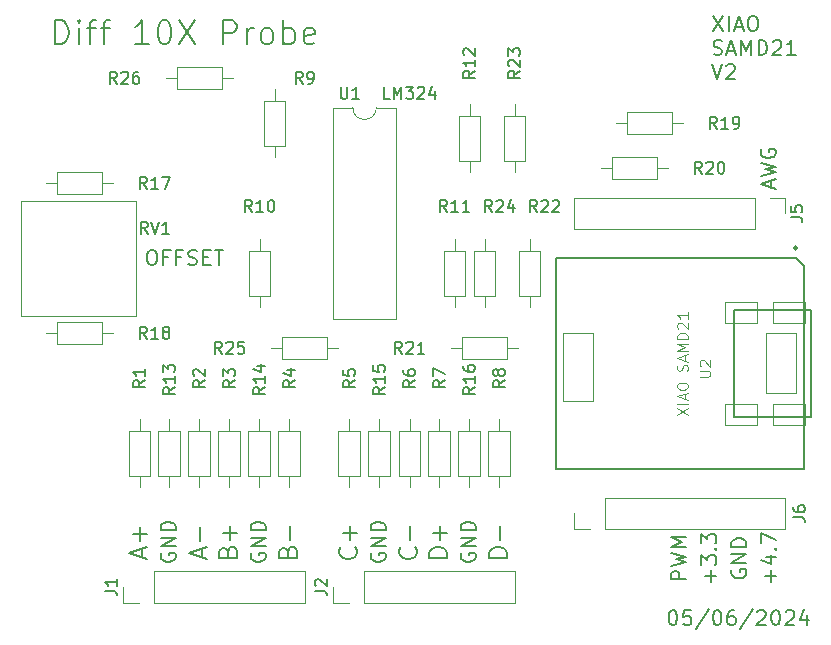
<source format=gbr>
%TF.GenerationSoftware,KiCad,Pcbnew,7.0.7*%
%TF.CreationDate,2024-05-13T13:27:10-04:00*%
%TF.ProjectId,diff-probe-x4-v2,64696666-2d70-4726-9f62-652d78342d76,rev?*%
%TF.SameCoordinates,Original*%
%TF.FileFunction,Legend,Top*%
%TF.FilePolarity,Positive*%
%FSLAX46Y46*%
G04 Gerber Fmt 4.6, Leading zero omitted, Abs format (unit mm)*
G04 Created by KiCad (PCBNEW 7.0.7) date 2024-05-13 13:27:10*
%MOMM*%
%LPD*%
G01*
G04 APERTURE LIST*
%ADD10C,0.152400*%
%ADD11C,0.150000*%
%ADD12C,0.110000*%
%ADD13C,0.120000*%
%ADD14C,0.127000*%
%ADD15C,0.066040*%
%ADD16C,0.254000*%
G04 APERTURE END LIST*
D10*
X137467106Y-93602570D02*
X135943106Y-93602570D01*
X135943106Y-93602570D02*
X135943106Y-93239713D01*
X135943106Y-93239713D02*
X136015677Y-93021999D01*
X136015677Y-93021999D02*
X136160820Y-92876856D01*
X136160820Y-92876856D02*
X136305963Y-92804285D01*
X136305963Y-92804285D02*
X136596249Y-92731713D01*
X136596249Y-92731713D02*
X136813963Y-92731713D01*
X136813963Y-92731713D02*
X137104249Y-92804285D01*
X137104249Y-92804285D02*
X137249392Y-92876856D01*
X137249392Y-92876856D02*
X137394535Y-93021999D01*
X137394535Y-93021999D02*
X137467106Y-93239713D01*
X137467106Y-93239713D02*
X137467106Y-93602570D01*
X136886535Y-92078570D02*
X136886535Y-90917428D01*
X137467106Y-91497999D02*
X136305963Y-91497999D01*
X112367381Y-67559601D02*
X112609286Y-67559601D01*
X112609286Y-67559601D02*
X112730238Y-67620077D01*
X112730238Y-67620077D02*
X112851191Y-67741029D01*
X112851191Y-67741029D02*
X112911667Y-67982934D01*
X112911667Y-67982934D02*
X112911667Y-68406267D01*
X112911667Y-68406267D02*
X112851191Y-68648172D01*
X112851191Y-68648172D02*
X112730238Y-68769125D01*
X112730238Y-68769125D02*
X112609286Y-68829601D01*
X112609286Y-68829601D02*
X112367381Y-68829601D01*
X112367381Y-68829601D02*
X112246429Y-68769125D01*
X112246429Y-68769125D02*
X112125476Y-68648172D01*
X112125476Y-68648172D02*
X112065000Y-68406267D01*
X112065000Y-68406267D02*
X112065000Y-67982934D01*
X112065000Y-67982934D02*
X112125476Y-67741029D01*
X112125476Y-67741029D02*
X112246429Y-67620077D01*
X112246429Y-67620077D02*
X112367381Y-67559601D01*
X113879286Y-68164363D02*
X113455952Y-68164363D01*
X113455952Y-68829601D02*
X113455952Y-67559601D01*
X113455952Y-67559601D02*
X114060714Y-67559601D01*
X114967857Y-68164363D02*
X114544523Y-68164363D01*
X114544523Y-68829601D02*
X114544523Y-67559601D01*
X114544523Y-67559601D02*
X115149285Y-67559601D01*
X115572618Y-68769125D02*
X115754047Y-68829601D01*
X115754047Y-68829601D02*
X116056428Y-68829601D01*
X116056428Y-68829601D02*
X116177380Y-68769125D01*
X116177380Y-68769125D02*
X116237856Y-68708648D01*
X116237856Y-68708648D02*
X116298333Y-68587696D01*
X116298333Y-68587696D02*
X116298333Y-68466744D01*
X116298333Y-68466744D02*
X116237856Y-68345791D01*
X116237856Y-68345791D02*
X116177380Y-68285315D01*
X116177380Y-68285315D02*
X116056428Y-68224839D01*
X116056428Y-68224839D02*
X115814523Y-68164363D01*
X115814523Y-68164363D02*
X115693571Y-68103886D01*
X115693571Y-68103886D02*
X115633094Y-68043410D01*
X115633094Y-68043410D02*
X115572618Y-67922458D01*
X115572618Y-67922458D02*
X115572618Y-67801505D01*
X115572618Y-67801505D02*
X115633094Y-67680553D01*
X115633094Y-67680553D02*
X115693571Y-67620077D01*
X115693571Y-67620077D02*
X115814523Y-67559601D01*
X115814523Y-67559601D02*
X116116904Y-67559601D01*
X116116904Y-67559601D02*
X116298333Y-67620077D01*
X116842618Y-68164363D02*
X117265952Y-68164363D01*
X117447380Y-68829601D02*
X116842618Y-68829601D01*
X116842618Y-68829601D02*
X116842618Y-67559601D01*
X116842618Y-67559601D02*
X117447380Y-67559601D01*
X117810238Y-67559601D02*
X118535952Y-67559601D01*
X118173095Y-68829601D02*
X118173095Y-67559601D01*
X164926744Y-62293095D02*
X164926744Y-61688333D01*
X165289601Y-62414047D02*
X164019601Y-61990714D01*
X164019601Y-61990714D02*
X165289601Y-61567380D01*
X164019601Y-61265000D02*
X165289601Y-60962619D01*
X165289601Y-60962619D02*
X164382458Y-60720714D01*
X164382458Y-60720714D02*
X165289601Y-60478809D01*
X165289601Y-60478809D02*
X164019601Y-60176429D01*
X164080077Y-59027380D02*
X164019601Y-59148333D01*
X164019601Y-59148333D02*
X164019601Y-59329761D01*
X164019601Y-59329761D02*
X164080077Y-59511190D01*
X164080077Y-59511190D02*
X164201029Y-59632142D01*
X164201029Y-59632142D02*
X164321982Y-59692619D01*
X164321982Y-59692619D02*
X164563886Y-59753095D01*
X164563886Y-59753095D02*
X164745315Y-59753095D01*
X164745315Y-59753095D02*
X164987220Y-59692619D01*
X164987220Y-59692619D02*
X165108172Y-59632142D01*
X165108172Y-59632142D02*
X165229125Y-59511190D01*
X165229125Y-59511190D02*
X165289601Y-59329761D01*
X165289601Y-59329761D02*
X165289601Y-59208809D01*
X165289601Y-59208809D02*
X165229125Y-59027380D01*
X165229125Y-59027380D02*
X165168648Y-58966904D01*
X165168648Y-58966904D02*
X164745315Y-58966904D01*
X164745315Y-58966904D02*
X164745315Y-59208809D01*
X104257524Y-50132116D02*
X104257524Y-48100116D01*
X104257524Y-48100116D02*
X104741334Y-48100116D01*
X104741334Y-48100116D02*
X105031619Y-48196878D01*
X105031619Y-48196878D02*
X105225143Y-48390402D01*
X105225143Y-48390402D02*
X105321905Y-48583926D01*
X105321905Y-48583926D02*
X105418667Y-48970974D01*
X105418667Y-48970974D02*
X105418667Y-49261259D01*
X105418667Y-49261259D02*
X105321905Y-49648307D01*
X105321905Y-49648307D02*
X105225143Y-49841831D01*
X105225143Y-49841831D02*
X105031619Y-50035355D01*
X105031619Y-50035355D02*
X104741334Y-50132116D01*
X104741334Y-50132116D02*
X104257524Y-50132116D01*
X106289524Y-50132116D02*
X106289524Y-48777450D01*
X106289524Y-48100116D02*
X106192762Y-48196878D01*
X106192762Y-48196878D02*
X106289524Y-48293640D01*
X106289524Y-48293640D02*
X106386286Y-48196878D01*
X106386286Y-48196878D02*
X106289524Y-48100116D01*
X106289524Y-48100116D02*
X106289524Y-48293640D01*
X106966857Y-48777450D02*
X107740953Y-48777450D01*
X107257143Y-50132116D02*
X107257143Y-48390402D01*
X107257143Y-48390402D02*
X107353905Y-48196878D01*
X107353905Y-48196878D02*
X107547429Y-48100116D01*
X107547429Y-48100116D02*
X107740953Y-48100116D01*
X108128000Y-48777450D02*
X108902096Y-48777450D01*
X108418286Y-50132116D02*
X108418286Y-48390402D01*
X108418286Y-48390402D02*
X108515048Y-48196878D01*
X108515048Y-48196878D02*
X108708572Y-48100116D01*
X108708572Y-48100116D02*
X108902096Y-48100116D01*
X112192000Y-50132116D02*
X111030857Y-50132116D01*
X111611429Y-50132116D02*
X111611429Y-48100116D01*
X111611429Y-48100116D02*
X111417905Y-48390402D01*
X111417905Y-48390402D02*
X111224381Y-48583926D01*
X111224381Y-48583926D02*
X111030857Y-48680688D01*
X113449905Y-48100116D02*
X113643428Y-48100116D01*
X113643428Y-48100116D02*
X113836952Y-48196878D01*
X113836952Y-48196878D02*
X113933714Y-48293640D01*
X113933714Y-48293640D02*
X114030476Y-48487164D01*
X114030476Y-48487164D02*
X114127238Y-48874212D01*
X114127238Y-48874212D02*
X114127238Y-49358021D01*
X114127238Y-49358021D02*
X114030476Y-49745069D01*
X114030476Y-49745069D02*
X113933714Y-49938593D01*
X113933714Y-49938593D02*
X113836952Y-50035355D01*
X113836952Y-50035355D02*
X113643428Y-50132116D01*
X113643428Y-50132116D02*
X113449905Y-50132116D01*
X113449905Y-50132116D02*
X113256381Y-50035355D01*
X113256381Y-50035355D02*
X113159619Y-49938593D01*
X113159619Y-49938593D02*
X113062857Y-49745069D01*
X113062857Y-49745069D02*
X112966095Y-49358021D01*
X112966095Y-49358021D02*
X112966095Y-48874212D01*
X112966095Y-48874212D02*
X113062857Y-48487164D01*
X113062857Y-48487164D02*
X113159619Y-48293640D01*
X113159619Y-48293640D02*
X113256381Y-48196878D01*
X113256381Y-48196878D02*
X113449905Y-48100116D01*
X114804571Y-48100116D02*
X116159238Y-50132116D01*
X116159238Y-48100116D02*
X114804571Y-50132116D01*
X118481523Y-50132116D02*
X118481523Y-48100116D01*
X118481523Y-48100116D02*
X119255618Y-48100116D01*
X119255618Y-48100116D02*
X119449142Y-48196878D01*
X119449142Y-48196878D02*
X119545904Y-48293640D01*
X119545904Y-48293640D02*
X119642666Y-48487164D01*
X119642666Y-48487164D02*
X119642666Y-48777450D01*
X119642666Y-48777450D02*
X119545904Y-48970974D01*
X119545904Y-48970974D02*
X119449142Y-49067735D01*
X119449142Y-49067735D02*
X119255618Y-49164497D01*
X119255618Y-49164497D02*
X118481523Y-49164497D01*
X120513523Y-50132116D02*
X120513523Y-48777450D01*
X120513523Y-49164497D02*
X120610285Y-48970974D01*
X120610285Y-48970974D02*
X120707047Y-48874212D01*
X120707047Y-48874212D02*
X120900571Y-48777450D01*
X120900571Y-48777450D02*
X121094094Y-48777450D01*
X122061714Y-50132116D02*
X121868190Y-50035355D01*
X121868190Y-50035355D02*
X121771428Y-49938593D01*
X121771428Y-49938593D02*
X121674666Y-49745069D01*
X121674666Y-49745069D02*
X121674666Y-49164497D01*
X121674666Y-49164497D02*
X121771428Y-48970974D01*
X121771428Y-48970974D02*
X121868190Y-48874212D01*
X121868190Y-48874212D02*
X122061714Y-48777450D01*
X122061714Y-48777450D02*
X122351999Y-48777450D01*
X122351999Y-48777450D02*
X122545523Y-48874212D01*
X122545523Y-48874212D02*
X122642285Y-48970974D01*
X122642285Y-48970974D02*
X122739047Y-49164497D01*
X122739047Y-49164497D02*
X122739047Y-49745069D01*
X122739047Y-49745069D02*
X122642285Y-49938593D01*
X122642285Y-49938593D02*
X122545523Y-50035355D01*
X122545523Y-50035355D02*
X122351999Y-50132116D01*
X122351999Y-50132116D02*
X122061714Y-50132116D01*
X123609904Y-50132116D02*
X123609904Y-48100116D01*
X123609904Y-48874212D02*
X123803428Y-48777450D01*
X123803428Y-48777450D02*
X124190475Y-48777450D01*
X124190475Y-48777450D02*
X124383999Y-48874212D01*
X124383999Y-48874212D02*
X124480761Y-48970974D01*
X124480761Y-48970974D02*
X124577523Y-49164497D01*
X124577523Y-49164497D02*
X124577523Y-49745069D01*
X124577523Y-49745069D02*
X124480761Y-49938593D01*
X124480761Y-49938593D02*
X124383999Y-50035355D01*
X124383999Y-50035355D02*
X124190475Y-50132116D01*
X124190475Y-50132116D02*
X123803428Y-50132116D01*
X123803428Y-50132116D02*
X123609904Y-50035355D01*
X126222475Y-50035355D02*
X126028951Y-50132116D01*
X126028951Y-50132116D02*
X125641904Y-50132116D01*
X125641904Y-50132116D02*
X125448380Y-50035355D01*
X125448380Y-50035355D02*
X125351618Y-49841831D01*
X125351618Y-49841831D02*
X125351618Y-49067735D01*
X125351618Y-49067735D02*
X125448380Y-48874212D01*
X125448380Y-48874212D02*
X125641904Y-48777450D01*
X125641904Y-48777450D02*
X126028951Y-48777450D01*
X126028951Y-48777450D02*
X126222475Y-48874212D01*
X126222475Y-48874212D02*
X126319237Y-49067735D01*
X126319237Y-49067735D02*
X126319237Y-49261259D01*
X126319237Y-49261259D02*
X125351618Y-49454783D01*
X116711677Y-93566285D02*
X116711677Y-92840571D01*
X117147106Y-93711428D02*
X115623106Y-93203428D01*
X115623106Y-93203428D02*
X117147106Y-92695428D01*
X116566535Y-92187427D02*
X116566535Y-91026285D01*
X156524548Y-98039601D02*
X156645501Y-98039601D01*
X156645501Y-98039601D02*
X156766453Y-98100077D01*
X156766453Y-98100077D02*
X156826929Y-98160553D01*
X156826929Y-98160553D02*
X156887405Y-98281505D01*
X156887405Y-98281505D02*
X156947882Y-98523410D01*
X156947882Y-98523410D02*
X156947882Y-98825791D01*
X156947882Y-98825791D02*
X156887405Y-99067696D01*
X156887405Y-99067696D02*
X156826929Y-99188648D01*
X156826929Y-99188648D02*
X156766453Y-99249125D01*
X156766453Y-99249125D02*
X156645501Y-99309601D01*
X156645501Y-99309601D02*
X156524548Y-99309601D01*
X156524548Y-99309601D02*
X156403596Y-99249125D01*
X156403596Y-99249125D02*
X156343120Y-99188648D01*
X156343120Y-99188648D02*
X156282643Y-99067696D01*
X156282643Y-99067696D02*
X156222167Y-98825791D01*
X156222167Y-98825791D02*
X156222167Y-98523410D01*
X156222167Y-98523410D02*
X156282643Y-98281505D01*
X156282643Y-98281505D02*
X156343120Y-98160553D01*
X156343120Y-98160553D02*
X156403596Y-98100077D01*
X156403596Y-98100077D02*
X156524548Y-98039601D01*
X158096929Y-98039601D02*
X157492167Y-98039601D01*
X157492167Y-98039601D02*
X157431691Y-98644363D01*
X157431691Y-98644363D02*
X157492167Y-98583886D01*
X157492167Y-98583886D02*
X157613120Y-98523410D01*
X157613120Y-98523410D02*
X157915501Y-98523410D01*
X157915501Y-98523410D02*
X158036453Y-98583886D01*
X158036453Y-98583886D02*
X158096929Y-98644363D01*
X158096929Y-98644363D02*
X158157406Y-98765315D01*
X158157406Y-98765315D02*
X158157406Y-99067696D01*
X158157406Y-99067696D02*
X158096929Y-99188648D01*
X158096929Y-99188648D02*
X158036453Y-99249125D01*
X158036453Y-99249125D02*
X157915501Y-99309601D01*
X157915501Y-99309601D02*
X157613120Y-99309601D01*
X157613120Y-99309601D02*
X157492167Y-99249125D01*
X157492167Y-99249125D02*
X157431691Y-99188648D01*
X159608834Y-97979125D02*
X158520263Y-99611982D01*
X160274072Y-98039601D02*
X160395025Y-98039601D01*
X160395025Y-98039601D02*
X160515977Y-98100077D01*
X160515977Y-98100077D02*
X160576453Y-98160553D01*
X160576453Y-98160553D02*
X160636929Y-98281505D01*
X160636929Y-98281505D02*
X160697406Y-98523410D01*
X160697406Y-98523410D02*
X160697406Y-98825791D01*
X160697406Y-98825791D02*
X160636929Y-99067696D01*
X160636929Y-99067696D02*
X160576453Y-99188648D01*
X160576453Y-99188648D02*
X160515977Y-99249125D01*
X160515977Y-99249125D02*
X160395025Y-99309601D01*
X160395025Y-99309601D02*
X160274072Y-99309601D01*
X160274072Y-99309601D02*
X160153120Y-99249125D01*
X160153120Y-99249125D02*
X160092644Y-99188648D01*
X160092644Y-99188648D02*
X160032167Y-99067696D01*
X160032167Y-99067696D02*
X159971691Y-98825791D01*
X159971691Y-98825791D02*
X159971691Y-98523410D01*
X159971691Y-98523410D02*
X160032167Y-98281505D01*
X160032167Y-98281505D02*
X160092644Y-98160553D01*
X160092644Y-98160553D02*
X160153120Y-98100077D01*
X160153120Y-98100077D02*
X160274072Y-98039601D01*
X161785977Y-98039601D02*
X161544072Y-98039601D01*
X161544072Y-98039601D02*
X161423120Y-98100077D01*
X161423120Y-98100077D02*
X161362644Y-98160553D01*
X161362644Y-98160553D02*
X161241691Y-98341982D01*
X161241691Y-98341982D02*
X161181215Y-98583886D01*
X161181215Y-98583886D02*
X161181215Y-99067696D01*
X161181215Y-99067696D02*
X161241691Y-99188648D01*
X161241691Y-99188648D02*
X161302168Y-99249125D01*
X161302168Y-99249125D02*
X161423120Y-99309601D01*
X161423120Y-99309601D02*
X161665025Y-99309601D01*
X161665025Y-99309601D02*
X161785977Y-99249125D01*
X161785977Y-99249125D02*
X161846453Y-99188648D01*
X161846453Y-99188648D02*
X161906930Y-99067696D01*
X161906930Y-99067696D02*
X161906930Y-98765315D01*
X161906930Y-98765315D02*
X161846453Y-98644363D01*
X161846453Y-98644363D02*
X161785977Y-98583886D01*
X161785977Y-98583886D02*
X161665025Y-98523410D01*
X161665025Y-98523410D02*
X161423120Y-98523410D01*
X161423120Y-98523410D02*
X161302168Y-98583886D01*
X161302168Y-98583886D02*
X161241691Y-98644363D01*
X161241691Y-98644363D02*
X161181215Y-98765315D01*
X163358358Y-97979125D02*
X162269787Y-99611982D01*
X163721215Y-98160553D02*
X163781691Y-98100077D01*
X163781691Y-98100077D02*
X163902644Y-98039601D01*
X163902644Y-98039601D02*
X164205025Y-98039601D01*
X164205025Y-98039601D02*
X164325977Y-98100077D01*
X164325977Y-98100077D02*
X164386453Y-98160553D01*
X164386453Y-98160553D02*
X164446930Y-98281505D01*
X164446930Y-98281505D02*
X164446930Y-98402458D01*
X164446930Y-98402458D02*
X164386453Y-98583886D01*
X164386453Y-98583886D02*
X163660739Y-99309601D01*
X163660739Y-99309601D02*
X164446930Y-99309601D01*
X165233120Y-98039601D02*
X165354073Y-98039601D01*
X165354073Y-98039601D02*
X165475025Y-98100077D01*
X165475025Y-98100077D02*
X165535501Y-98160553D01*
X165535501Y-98160553D02*
X165595977Y-98281505D01*
X165595977Y-98281505D02*
X165656454Y-98523410D01*
X165656454Y-98523410D02*
X165656454Y-98825791D01*
X165656454Y-98825791D02*
X165595977Y-99067696D01*
X165595977Y-99067696D02*
X165535501Y-99188648D01*
X165535501Y-99188648D02*
X165475025Y-99249125D01*
X165475025Y-99249125D02*
X165354073Y-99309601D01*
X165354073Y-99309601D02*
X165233120Y-99309601D01*
X165233120Y-99309601D02*
X165112168Y-99249125D01*
X165112168Y-99249125D02*
X165051692Y-99188648D01*
X165051692Y-99188648D02*
X164991215Y-99067696D01*
X164991215Y-99067696D02*
X164930739Y-98825791D01*
X164930739Y-98825791D02*
X164930739Y-98523410D01*
X164930739Y-98523410D02*
X164991215Y-98281505D01*
X164991215Y-98281505D02*
X165051692Y-98160553D01*
X165051692Y-98160553D02*
X165112168Y-98100077D01*
X165112168Y-98100077D02*
X165233120Y-98039601D01*
X166140263Y-98160553D02*
X166200739Y-98100077D01*
X166200739Y-98100077D02*
X166321692Y-98039601D01*
X166321692Y-98039601D02*
X166624073Y-98039601D01*
X166624073Y-98039601D02*
X166745025Y-98100077D01*
X166745025Y-98100077D02*
X166805501Y-98160553D01*
X166805501Y-98160553D02*
X166865978Y-98281505D01*
X166865978Y-98281505D02*
X166865978Y-98402458D01*
X166865978Y-98402458D02*
X166805501Y-98583886D01*
X166805501Y-98583886D02*
X166079787Y-99309601D01*
X166079787Y-99309601D02*
X166865978Y-99309601D01*
X167954549Y-98462934D02*
X167954549Y-99309601D01*
X167652168Y-97979125D02*
X167349787Y-98886267D01*
X167349787Y-98886267D02*
X168135978Y-98886267D01*
X113280077Y-93227618D02*
X113219601Y-93348571D01*
X113219601Y-93348571D02*
X113219601Y-93529999D01*
X113219601Y-93529999D02*
X113280077Y-93711428D01*
X113280077Y-93711428D02*
X113401029Y-93832380D01*
X113401029Y-93832380D02*
X113521982Y-93892857D01*
X113521982Y-93892857D02*
X113763886Y-93953333D01*
X113763886Y-93953333D02*
X113945315Y-93953333D01*
X113945315Y-93953333D02*
X114187220Y-93892857D01*
X114187220Y-93892857D02*
X114308172Y-93832380D01*
X114308172Y-93832380D02*
X114429125Y-93711428D01*
X114429125Y-93711428D02*
X114489601Y-93529999D01*
X114489601Y-93529999D02*
X114489601Y-93409047D01*
X114489601Y-93409047D02*
X114429125Y-93227618D01*
X114429125Y-93227618D02*
X114368648Y-93167142D01*
X114368648Y-93167142D02*
X113945315Y-93167142D01*
X113945315Y-93167142D02*
X113945315Y-93409047D01*
X114489601Y-92622857D02*
X113219601Y-92622857D01*
X113219601Y-92622857D02*
X114489601Y-91897142D01*
X114489601Y-91897142D02*
X113219601Y-91897142D01*
X114489601Y-91292381D02*
X113219601Y-91292381D01*
X113219601Y-91292381D02*
X113219601Y-90990000D01*
X113219601Y-90990000D02*
X113280077Y-90808571D01*
X113280077Y-90808571D02*
X113401029Y-90687619D01*
X113401029Y-90687619D02*
X113521982Y-90627142D01*
X113521982Y-90627142D02*
X113763886Y-90566666D01*
X113763886Y-90566666D02*
X113945315Y-90566666D01*
X113945315Y-90566666D02*
X114187220Y-90627142D01*
X114187220Y-90627142D02*
X114308172Y-90687619D01*
X114308172Y-90687619D02*
X114429125Y-90808571D01*
X114429125Y-90808571D02*
X114489601Y-90990000D01*
X114489601Y-90990000D02*
X114489601Y-91292381D01*
X159971691Y-47734901D02*
X160818358Y-49004901D01*
X160818358Y-47734901D02*
X159971691Y-49004901D01*
X161302167Y-49004901D02*
X161302167Y-47734901D01*
X161846453Y-48642044D02*
X162451215Y-48642044D01*
X161725501Y-49004901D02*
X162148834Y-47734901D01*
X162148834Y-47734901D02*
X162572168Y-49004901D01*
X163237405Y-47734901D02*
X163479310Y-47734901D01*
X163479310Y-47734901D02*
X163600262Y-47795377D01*
X163600262Y-47795377D02*
X163721215Y-47916329D01*
X163721215Y-47916329D02*
X163781691Y-48158234D01*
X163781691Y-48158234D02*
X163781691Y-48581567D01*
X163781691Y-48581567D02*
X163721215Y-48823472D01*
X163721215Y-48823472D02*
X163600262Y-48944425D01*
X163600262Y-48944425D02*
X163479310Y-49004901D01*
X163479310Y-49004901D02*
X163237405Y-49004901D01*
X163237405Y-49004901D02*
X163116453Y-48944425D01*
X163116453Y-48944425D02*
X162995500Y-48823472D01*
X162995500Y-48823472D02*
X162935024Y-48581567D01*
X162935024Y-48581567D02*
X162935024Y-48158234D01*
X162935024Y-48158234D02*
X162995500Y-47916329D01*
X162995500Y-47916329D02*
X163116453Y-47795377D01*
X163116453Y-47795377D02*
X163237405Y-47734901D01*
X160032167Y-50989125D02*
X160213596Y-51049601D01*
X160213596Y-51049601D02*
X160515977Y-51049601D01*
X160515977Y-51049601D02*
X160636929Y-50989125D01*
X160636929Y-50989125D02*
X160697405Y-50928648D01*
X160697405Y-50928648D02*
X160757882Y-50807696D01*
X160757882Y-50807696D02*
X160757882Y-50686744D01*
X160757882Y-50686744D02*
X160697405Y-50565791D01*
X160697405Y-50565791D02*
X160636929Y-50505315D01*
X160636929Y-50505315D02*
X160515977Y-50444839D01*
X160515977Y-50444839D02*
X160274072Y-50384363D01*
X160274072Y-50384363D02*
X160153120Y-50323886D01*
X160153120Y-50323886D02*
X160092643Y-50263410D01*
X160092643Y-50263410D02*
X160032167Y-50142458D01*
X160032167Y-50142458D02*
X160032167Y-50021505D01*
X160032167Y-50021505D02*
X160092643Y-49900553D01*
X160092643Y-49900553D02*
X160153120Y-49840077D01*
X160153120Y-49840077D02*
X160274072Y-49779601D01*
X160274072Y-49779601D02*
X160576453Y-49779601D01*
X160576453Y-49779601D02*
X160757882Y-49840077D01*
X161241691Y-50686744D02*
X161846453Y-50686744D01*
X161120739Y-51049601D02*
X161544072Y-49779601D01*
X161544072Y-49779601D02*
X161967406Y-51049601D01*
X162390738Y-51049601D02*
X162390738Y-49779601D01*
X162390738Y-49779601D02*
X162814072Y-50686744D01*
X162814072Y-50686744D02*
X163237405Y-49779601D01*
X163237405Y-49779601D02*
X163237405Y-51049601D01*
X163842167Y-51049601D02*
X163842167Y-49779601D01*
X163842167Y-49779601D02*
X164144548Y-49779601D01*
X164144548Y-49779601D02*
X164325977Y-49840077D01*
X164325977Y-49840077D02*
X164446929Y-49961029D01*
X164446929Y-49961029D02*
X164507406Y-50081982D01*
X164507406Y-50081982D02*
X164567882Y-50323886D01*
X164567882Y-50323886D02*
X164567882Y-50505315D01*
X164567882Y-50505315D02*
X164507406Y-50747220D01*
X164507406Y-50747220D02*
X164446929Y-50868172D01*
X164446929Y-50868172D02*
X164325977Y-50989125D01*
X164325977Y-50989125D02*
X164144548Y-51049601D01*
X164144548Y-51049601D02*
X163842167Y-51049601D01*
X165051691Y-49900553D02*
X165112167Y-49840077D01*
X165112167Y-49840077D02*
X165233120Y-49779601D01*
X165233120Y-49779601D02*
X165535501Y-49779601D01*
X165535501Y-49779601D02*
X165656453Y-49840077D01*
X165656453Y-49840077D02*
X165716929Y-49900553D01*
X165716929Y-49900553D02*
X165777406Y-50021505D01*
X165777406Y-50021505D02*
X165777406Y-50142458D01*
X165777406Y-50142458D02*
X165716929Y-50323886D01*
X165716929Y-50323886D02*
X164991215Y-51049601D01*
X164991215Y-51049601D02*
X165777406Y-51049601D01*
X166986930Y-51049601D02*
X166261215Y-51049601D01*
X166624072Y-51049601D02*
X166624072Y-49779601D01*
X166624072Y-49779601D02*
X166503120Y-49961029D01*
X166503120Y-49961029D02*
X166382168Y-50081982D01*
X166382168Y-50081982D02*
X166261215Y-50142458D01*
X159911215Y-51824301D02*
X160334548Y-53094301D01*
X160334548Y-53094301D02*
X160757882Y-51824301D01*
X161120738Y-51945253D02*
X161181214Y-51884777D01*
X161181214Y-51884777D02*
X161302167Y-51824301D01*
X161302167Y-51824301D02*
X161604548Y-51824301D01*
X161604548Y-51824301D02*
X161725500Y-51884777D01*
X161725500Y-51884777D02*
X161785976Y-51945253D01*
X161785976Y-51945253D02*
X161846453Y-52066205D01*
X161846453Y-52066205D02*
X161846453Y-52187158D01*
X161846453Y-52187158D02*
X161785976Y-52368586D01*
X161785976Y-52368586D02*
X161060262Y-53094301D01*
X161060262Y-53094301D02*
X161846453Y-53094301D01*
X129701963Y-92731713D02*
X129774535Y-92804285D01*
X129774535Y-92804285D02*
X129847106Y-93021999D01*
X129847106Y-93021999D02*
X129847106Y-93167142D01*
X129847106Y-93167142D02*
X129774535Y-93384856D01*
X129774535Y-93384856D02*
X129629392Y-93529999D01*
X129629392Y-93529999D02*
X129484249Y-93602570D01*
X129484249Y-93602570D02*
X129193963Y-93675142D01*
X129193963Y-93675142D02*
X128976249Y-93675142D01*
X128976249Y-93675142D02*
X128685963Y-93602570D01*
X128685963Y-93602570D02*
X128540820Y-93529999D01*
X128540820Y-93529999D02*
X128395677Y-93384856D01*
X128395677Y-93384856D02*
X128323106Y-93167142D01*
X128323106Y-93167142D02*
X128323106Y-93021999D01*
X128323106Y-93021999D02*
X128395677Y-92804285D01*
X128395677Y-92804285D02*
X128468249Y-92731713D01*
X129266535Y-92078570D02*
X129266535Y-90917428D01*
X129847106Y-91497999D02*
X128685963Y-91497999D01*
X134781963Y-92731713D02*
X134854535Y-92804285D01*
X134854535Y-92804285D02*
X134927106Y-93021999D01*
X134927106Y-93021999D02*
X134927106Y-93167142D01*
X134927106Y-93167142D02*
X134854535Y-93384856D01*
X134854535Y-93384856D02*
X134709392Y-93529999D01*
X134709392Y-93529999D02*
X134564249Y-93602570D01*
X134564249Y-93602570D02*
X134273963Y-93675142D01*
X134273963Y-93675142D02*
X134056249Y-93675142D01*
X134056249Y-93675142D02*
X133765963Y-93602570D01*
X133765963Y-93602570D02*
X133620820Y-93529999D01*
X133620820Y-93529999D02*
X133475677Y-93384856D01*
X133475677Y-93384856D02*
X133403106Y-93167142D01*
X133403106Y-93167142D02*
X133403106Y-93021999D01*
X133403106Y-93021999D02*
X133475677Y-92804285D01*
X133475677Y-92804285D02*
X133548249Y-92731713D01*
X134346535Y-92078570D02*
X134346535Y-90917428D01*
X118888820Y-93094570D02*
X118961392Y-92876856D01*
X118961392Y-92876856D02*
X119033963Y-92804285D01*
X119033963Y-92804285D02*
X119179106Y-92731713D01*
X119179106Y-92731713D02*
X119396820Y-92731713D01*
X119396820Y-92731713D02*
X119541963Y-92804285D01*
X119541963Y-92804285D02*
X119614535Y-92876856D01*
X119614535Y-92876856D02*
X119687106Y-93021999D01*
X119687106Y-93021999D02*
X119687106Y-93602570D01*
X119687106Y-93602570D02*
X118163106Y-93602570D01*
X118163106Y-93602570D02*
X118163106Y-93094570D01*
X118163106Y-93094570D02*
X118235677Y-92949428D01*
X118235677Y-92949428D02*
X118308249Y-92876856D01*
X118308249Y-92876856D02*
X118453392Y-92804285D01*
X118453392Y-92804285D02*
X118598535Y-92804285D01*
X118598535Y-92804285D02*
X118743677Y-92876856D01*
X118743677Y-92876856D02*
X118816249Y-92949428D01*
X118816249Y-92949428D02*
X118888820Y-93094570D01*
X118888820Y-93094570D02*
X118888820Y-93602570D01*
X119106535Y-92078570D02*
X119106535Y-90917428D01*
X119687106Y-91497999D02*
X118525963Y-91497999D01*
X142547106Y-93602570D02*
X141023106Y-93602570D01*
X141023106Y-93602570D02*
X141023106Y-93239713D01*
X141023106Y-93239713D02*
X141095677Y-93021999D01*
X141095677Y-93021999D02*
X141240820Y-92876856D01*
X141240820Y-92876856D02*
X141385963Y-92804285D01*
X141385963Y-92804285D02*
X141676249Y-92731713D01*
X141676249Y-92731713D02*
X141893963Y-92731713D01*
X141893963Y-92731713D02*
X142184249Y-92804285D01*
X142184249Y-92804285D02*
X142329392Y-92876856D01*
X142329392Y-92876856D02*
X142474535Y-93021999D01*
X142474535Y-93021999D02*
X142547106Y-93239713D01*
X142547106Y-93239713D02*
X142547106Y-93602570D01*
X141966535Y-92078570D02*
X141966535Y-90917428D01*
X111631677Y-93566285D02*
X111631677Y-92840571D01*
X112067106Y-93711428D02*
X110543106Y-93203428D01*
X110543106Y-93203428D02*
X112067106Y-92695428D01*
X111486535Y-92187427D02*
X111486535Y-91026285D01*
X112067106Y-91606856D02*
X110905963Y-91606856D01*
X157729601Y-95434048D02*
X156459601Y-95434048D01*
X156459601Y-95434048D02*
X156459601Y-94950238D01*
X156459601Y-94950238D02*
X156520077Y-94829286D01*
X156520077Y-94829286D02*
X156580553Y-94768809D01*
X156580553Y-94768809D02*
X156701505Y-94708333D01*
X156701505Y-94708333D02*
X156882934Y-94708333D01*
X156882934Y-94708333D02*
X157003886Y-94768809D01*
X157003886Y-94768809D02*
X157064363Y-94829286D01*
X157064363Y-94829286D02*
X157124839Y-94950238D01*
X157124839Y-94950238D02*
X157124839Y-95434048D01*
X156459601Y-94285000D02*
X157729601Y-93982619D01*
X157729601Y-93982619D02*
X156822458Y-93740714D01*
X156822458Y-93740714D02*
X157729601Y-93498809D01*
X157729601Y-93498809D02*
X156459601Y-93196429D01*
X157729601Y-92712619D02*
X156459601Y-92712619D01*
X156459601Y-92712619D02*
X157366744Y-92289285D01*
X157366744Y-92289285D02*
X156459601Y-91865952D01*
X156459601Y-91865952D02*
X157729601Y-91865952D01*
X120900077Y-93227618D02*
X120839601Y-93348571D01*
X120839601Y-93348571D02*
X120839601Y-93529999D01*
X120839601Y-93529999D02*
X120900077Y-93711428D01*
X120900077Y-93711428D02*
X121021029Y-93832380D01*
X121021029Y-93832380D02*
X121141982Y-93892857D01*
X121141982Y-93892857D02*
X121383886Y-93953333D01*
X121383886Y-93953333D02*
X121565315Y-93953333D01*
X121565315Y-93953333D02*
X121807220Y-93892857D01*
X121807220Y-93892857D02*
X121928172Y-93832380D01*
X121928172Y-93832380D02*
X122049125Y-93711428D01*
X122049125Y-93711428D02*
X122109601Y-93529999D01*
X122109601Y-93529999D02*
X122109601Y-93409047D01*
X122109601Y-93409047D02*
X122049125Y-93227618D01*
X122049125Y-93227618D02*
X121988648Y-93167142D01*
X121988648Y-93167142D02*
X121565315Y-93167142D01*
X121565315Y-93167142D02*
X121565315Y-93409047D01*
X122109601Y-92622857D02*
X120839601Y-92622857D01*
X120839601Y-92622857D02*
X122109601Y-91897142D01*
X122109601Y-91897142D02*
X120839601Y-91897142D01*
X122109601Y-91292381D02*
X120839601Y-91292381D01*
X120839601Y-91292381D02*
X120839601Y-90990000D01*
X120839601Y-90990000D02*
X120900077Y-90808571D01*
X120900077Y-90808571D02*
X121021029Y-90687619D01*
X121021029Y-90687619D02*
X121141982Y-90627142D01*
X121141982Y-90627142D02*
X121383886Y-90566666D01*
X121383886Y-90566666D02*
X121565315Y-90566666D01*
X121565315Y-90566666D02*
X121807220Y-90627142D01*
X121807220Y-90627142D02*
X121928172Y-90687619D01*
X121928172Y-90687619D02*
X122049125Y-90808571D01*
X122049125Y-90808571D02*
X122109601Y-90990000D01*
X122109601Y-90990000D02*
X122109601Y-91292381D01*
X159785791Y-95645714D02*
X159785791Y-94678095D01*
X160269601Y-95161904D02*
X159301982Y-95161904D01*
X158999601Y-94194285D02*
X158999601Y-93408094D01*
X158999601Y-93408094D02*
X159483410Y-93831428D01*
X159483410Y-93831428D02*
X159483410Y-93649999D01*
X159483410Y-93649999D02*
X159543886Y-93529047D01*
X159543886Y-93529047D02*
X159604363Y-93468571D01*
X159604363Y-93468571D02*
X159725315Y-93408094D01*
X159725315Y-93408094D02*
X160027696Y-93408094D01*
X160027696Y-93408094D02*
X160148648Y-93468571D01*
X160148648Y-93468571D02*
X160209125Y-93529047D01*
X160209125Y-93529047D02*
X160269601Y-93649999D01*
X160269601Y-93649999D02*
X160269601Y-94012856D01*
X160269601Y-94012856D02*
X160209125Y-94133809D01*
X160209125Y-94133809D02*
X160148648Y-94194285D01*
X160148648Y-92863809D02*
X160209125Y-92803332D01*
X160209125Y-92803332D02*
X160269601Y-92863809D01*
X160269601Y-92863809D02*
X160209125Y-92924285D01*
X160209125Y-92924285D02*
X160148648Y-92863809D01*
X160148648Y-92863809D02*
X160269601Y-92863809D01*
X158999601Y-92379999D02*
X158999601Y-91593808D01*
X158999601Y-91593808D02*
X159483410Y-92017142D01*
X159483410Y-92017142D02*
X159483410Y-91835713D01*
X159483410Y-91835713D02*
X159543886Y-91714761D01*
X159543886Y-91714761D02*
X159604363Y-91654285D01*
X159604363Y-91654285D02*
X159725315Y-91593808D01*
X159725315Y-91593808D02*
X160027696Y-91593808D01*
X160027696Y-91593808D02*
X160148648Y-91654285D01*
X160148648Y-91654285D02*
X160209125Y-91714761D01*
X160209125Y-91714761D02*
X160269601Y-91835713D01*
X160269601Y-91835713D02*
X160269601Y-92198570D01*
X160269601Y-92198570D02*
X160209125Y-92319523D01*
X160209125Y-92319523D02*
X160148648Y-92379999D01*
X123968820Y-93094570D02*
X124041392Y-92876856D01*
X124041392Y-92876856D02*
X124113963Y-92804285D01*
X124113963Y-92804285D02*
X124259106Y-92731713D01*
X124259106Y-92731713D02*
X124476820Y-92731713D01*
X124476820Y-92731713D02*
X124621963Y-92804285D01*
X124621963Y-92804285D02*
X124694535Y-92876856D01*
X124694535Y-92876856D02*
X124767106Y-93021999D01*
X124767106Y-93021999D02*
X124767106Y-93602570D01*
X124767106Y-93602570D02*
X123243106Y-93602570D01*
X123243106Y-93602570D02*
X123243106Y-93094570D01*
X123243106Y-93094570D02*
X123315677Y-92949428D01*
X123315677Y-92949428D02*
X123388249Y-92876856D01*
X123388249Y-92876856D02*
X123533392Y-92804285D01*
X123533392Y-92804285D02*
X123678535Y-92804285D01*
X123678535Y-92804285D02*
X123823677Y-92876856D01*
X123823677Y-92876856D02*
X123896249Y-92949428D01*
X123896249Y-92949428D02*
X123968820Y-93094570D01*
X123968820Y-93094570D02*
X123968820Y-93602570D01*
X124186535Y-92078570D02*
X124186535Y-90917428D01*
X138680077Y-93227618D02*
X138619601Y-93348571D01*
X138619601Y-93348571D02*
X138619601Y-93529999D01*
X138619601Y-93529999D02*
X138680077Y-93711428D01*
X138680077Y-93711428D02*
X138801029Y-93832380D01*
X138801029Y-93832380D02*
X138921982Y-93892857D01*
X138921982Y-93892857D02*
X139163886Y-93953333D01*
X139163886Y-93953333D02*
X139345315Y-93953333D01*
X139345315Y-93953333D02*
X139587220Y-93892857D01*
X139587220Y-93892857D02*
X139708172Y-93832380D01*
X139708172Y-93832380D02*
X139829125Y-93711428D01*
X139829125Y-93711428D02*
X139889601Y-93529999D01*
X139889601Y-93529999D02*
X139889601Y-93409047D01*
X139889601Y-93409047D02*
X139829125Y-93227618D01*
X139829125Y-93227618D02*
X139768648Y-93167142D01*
X139768648Y-93167142D02*
X139345315Y-93167142D01*
X139345315Y-93167142D02*
X139345315Y-93409047D01*
X139889601Y-92622857D02*
X138619601Y-92622857D01*
X138619601Y-92622857D02*
X139889601Y-91897142D01*
X139889601Y-91897142D02*
X138619601Y-91897142D01*
X139889601Y-91292381D02*
X138619601Y-91292381D01*
X138619601Y-91292381D02*
X138619601Y-90990000D01*
X138619601Y-90990000D02*
X138680077Y-90808571D01*
X138680077Y-90808571D02*
X138801029Y-90687619D01*
X138801029Y-90687619D02*
X138921982Y-90627142D01*
X138921982Y-90627142D02*
X139163886Y-90566666D01*
X139163886Y-90566666D02*
X139345315Y-90566666D01*
X139345315Y-90566666D02*
X139587220Y-90627142D01*
X139587220Y-90627142D02*
X139708172Y-90687619D01*
X139708172Y-90687619D02*
X139829125Y-90808571D01*
X139829125Y-90808571D02*
X139889601Y-90990000D01*
X139889601Y-90990000D02*
X139889601Y-91292381D01*
X161600077Y-94617618D02*
X161539601Y-94738571D01*
X161539601Y-94738571D02*
X161539601Y-94919999D01*
X161539601Y-94919999D02*
X161600077Y-95101428D01*
X161600077Y-95101428D02*
X161721029Y-95222380D01*
X161721029Y-95222380D02*
X161841982Y-95282857D01*
X161841982Y-95282857D02*
X162083886Y-95343333D01*
X162083886Y-95343333D02*
X162265315Y-95343333D01*
X162265315Y-95343333D02*
X162507220Y-95282857D01*
X162507220Y-95282857D02*
X162628172Y-95222380D01*
X162628172Y-95222380D02*
X162749125Y-95101428D01*
X162749125Y-95101428D02*
X162809601Y-94919999D01*
X162809601Y-94919999D02*
X162809601Y-94799047D01*
X162809601Y-94799047D02*
X162749125Y-94617618D01*
X162749125Y-94617618D02*
X162688648Y-94557142D01*
X162688648Y-94557142D02*
X162265315Y-94557142D01*
X162265315Y-94557142D02*
X162265315Y-94799047D01*
X162809601Y-94012857D02*
X161539601Y-94012857D01*
X161539601Y-94012857D02*
X162809601Y-93287142D01*
X162809601Y-93287142D02*
X161539601Y-93287142D01*
X162809601Y-92682381D02*
X161539601Y-92682381D01*
X161539601Y-92682381D02*
X161539601Y-92380000D01*
X161539601Y-92380000D02*
X161600077Y-92198571D01*
X161600077Y-92198571D02*
X161721029Y-92077619D01*
X161721029Y-92077619D02*
X161841982Y-92017142D01*
X161841982Y-92017142D02*
X162083886Y-91956666D01*
X162083886Y-91956666D02*
X162265315Y-91956666D01*
X162265315Y-91956666D02*
X162507220Y-92017142D01*
X162507220Y-92017142D02*
X162628172Y-92077619D01*
X162628172Y-92077619D02*
X162749125Y-92198571D01*
X162749125Y-92198571D02*
X162809601Y-92380000D01*
X162809601Y-92380000D02*
X162809601Y-92682381D01*
X164865791Y-95645714D02*
X164865791Y-94678095D01*
X165349601Y-95161904D02*
X164381982Y-95161904D01*
X164502934Y-93529047D02*
X165349601Y-93529047D01*
X164019125Y-93831428D02*
X164926267Y-94133809D01*
X164926267Y-94133809D02*
X164926267Y-93347618D01*
X165228648Y-92863809D02*
X165289125Y-92803332D01*
X165289125Y-92803332D02*
X165349601Y-92863809D01*
X165349601Y-92863809D02*
X165289125Y-92924285D01*
X165289125Y-92924285D02*
X165228648Y-92863809D01*
X165228648Y-92863809D02*
X165349601Y-92863809D01*
X164079601Y-92379999D02*
X164079601Y-91533332D01*
X164079601Y-91533332D02*
X165349601Y-92077618D01*
X131060077Y-93227618D02*
X130999601Y-93348571D01*
X130999601Y-93348571D02*
X130999601Y-93529999D01*
X130999601Y-93529999D02*
X131060077Y-93711428D01*
X131060077Y-93711428D02*
X131181029Y-93832380D01*
X131181029Y-93832380D02*
X131301982Y-93892857D01*
X131301982Y-93892857D02*
X131543886Y-93953333D01*
X131543886Y-93953333D02*
X131725315Y-93953333D01*
X131725315Y-93953333D02*
X131967220Y-93892857D01*
X131967220Y-93892857D02*
X132088172Y-93832380D01*
X132088172Y-93832380D02*
X132209125Y-93711428D01*
X132209125Y-93711428D02*
X132269601Y-93529999D01*
X132269601Y-93529999D02*
X132269601Y-93409047D01*
X132269601Y-93409047D02*
X132209125Y-93227618D01*
X132209125Y-93227618D02*
X132148648Y-93167142D01*
X132148648Y-93167142D02*
X131725315Y-93167142D01*
X131725315Y-93167142D02*
X131725315Y-93409047D01*
X132269601Y-92622857D02*
X130999601Y-92622857D01*
X130999601Y-92622857D02*
X132269601Y-91897142D01*
X132269601Y-91897142D02*
X130999601Y-91897142D01*
X132269601Y-91292381D02*
X130999601Y-91292381D01*
X130999601Y-91292381D02*
X130999601Y-90990000D01*
X130999601Y-90990000D02*
X131060077Y-90808571D01*
X131060077Y-90808571D02*
X131181029Y-90687619D01*
X131181029Y-90687619D02*
X131301982Y-90627142D01*
X131301982Y-90627142D02*
X131543886Y-90566666D01*
X131543886Y-90566666D02*
X131725315Y-90566666D01*
X131725315Y-90566666D02*
X131967220Y-90627142D01*
X131967220Y-90627142D02*
X132088172Y-90687619D01*
X132088172Y-90687619D02*
X132209125Y-90808571D01*
X132209125Y-90808571D02*
X132269601Y-90990000D01*
X132269601Y-90990000D02*
X132269601Y-91292381D01*
D11*
X139824819Y-79172857D02*
X139348628Y-79506190D01*
X139824819Y-79744285D02*
X138824819Y-79744285D01*
X138824819Y-79744285D02*
X138824819Y-79363333D01*
X138824819Y-79363333D02*
X138872438Y-79268095D01*
X138872438Y-79268095D02*
X138920057Y-79220476D01*
X138920057Y-79220476D02*
X139015295Y-79172857D01*
X139015295Y-79172857D02*
X139158152Y-79172857D01*
X139158152Y-79172857D02*
X139253390Y-79220476D01*
X139253390Y-79220476D02*
X139301009Y-79268095D01*
X139301009Y-79268095D02*
X139348628Y-79363333D01*
X139348628Y-79363333D02*
X139348628Y-79744285D01*
X139824819Y-78220476D02*
X139824819Y-78791904D01*
X139824819Y-78506190D02*
X138824819Y-78506190D01*
X138824819Y-78506190D02*
X138967676Y-78601428D01*
X138967676Y-78601428D02*
X139062914Y-78696666D01*
X139062914Y-78696666D02*
X139110533Y-78791904D01*
X138824819Y-77363333D02*
X138824819Y-77553809D01*
X138824819Y-77553809D02*
X138872438Y-77649047D01*
X138872438Y-77649047D02*
X138920057Y-77696666D01*
X138920057Y-77696666D02*
X139062914Y-77791904D01*
X139062914Y-77791904D02*
X139253390Y-77839523D01*
X139253390Y-77839523D02*
X139634342Y-77839523D01*
X139634342Y-77839523D02*
X139729580Y-77791904D01*
X139729580Y-77791904D02*
X139777200Y-77744285D01*
X139777200Y-77744285D02*
X139824819Y-77649047D01*
X139824819Y-77649047D02*
X139824819Y-77458571D01*
X139824819Y-77458571D02*
X139777200Y-77363333D01*
X139777200Y-77363333D02*
X139729580Y-77315714D01*
X139729580Y-77315714D02*
X139634342Y-77268095D01*
X139634342Y-77268095D02*
X139396247Y-77268095D01*
X139396247Y-77268095D02*
X139301009Y-77315714D01*
X139301009Y-77315714D02*
X139253390Y-77363333D01*
X139253390Y-77363333D02*
X139205771Y-77458571D01*
X139205771Y-77458571D02*
X139205771Y-77649047D01*
X139205771Y-77649047D02*
X139253390Y-77744285D01*
X139253390Y-77744285D02*
X139301009Y-77791904D01*
X139301009Y-77791904D02*
X139396247Y-77839523D01*
X122044819Y-79172857D02*
X121568628Y-79506190D01*
X122044819Y-79744285D02*
X121044819Y-79744285D01*
X121044819Y-79744285D02*
X121044819Y-79363333D01*
X121044819Y-79363333D02*
X121092438Y-79268095D01*
X121092438Y-79268095D02*
X121140057Y-79220476D01*
X121140057Y-79220476D02*
X121235295Y-79172857D01*
X121235295Y-79172857D02*
X121378152Y-79172857D01*
X121378152Y-79172857D02*
X121473390Y-79220476D01*
X121473390Y-79220476D02*
X121521009Y-79268095D01*
X121521009Y-79268095D02*
X121568628Y-79363333D01*
X121568628Y-79363333D02*
X121568628Y-79744285D01*
X122044819Y-78220476D02*
X122044819Y-78791904D01*
X122044819Y-78506190D02*
X121044819Y-78506190D01*
X121044819Y-78506190D02*
X121187676Y-78601428D01*
X121187676Y-78601428D02*
X121282914Y-78696666D01*
X121282914Y-78696666D02*
X121330533Y-78791904D01*
X121378152Y-77363333D02*
X122044819Y-77363333D01*
X120997200Y-77601428D02*
X121711485Y-77839523D01*
X121711485Y-77839523D02*
X121711485Y-77220476D01*
X118407142Y-76324819D02*
X118073809Y-75848628D01*
X117835714Y-76324819D02*
X117835714Y-75324819D01*
X117835714Y-75324819D02*
X118216666Y-75324819D01*
X118216666Y-75324819D02*
X118311904Y-75372438D01*
X118311904Y-75372438D02*
X118359523Y-75420057D01*
X118359523Y-75420057D02*
X118407142Y-75515295D01*
X118407142Y-75515295D02*
X118407142Y-75658152D01*
X118407142Y-75658152D02*
X118359523Y-75753390D01*
X118359523Y-75753390D02*
X118311904Y-75801009D01*
X118311904Y-75801009D02*
X118216666Y-75848628D01*
X118216666Y-75848628D02*
X117835714Y-75848628D01*
X118788095Y-75420057D02*
X118835714Y-75372438D01*
X118835714Y-75372438D02*
X118930952Y-75324819D01*
X118930952Y-75324819D02*
X119169047Y-75324819D01*
X119169047Y-75324819D02*
X119264285Y-75372438D01*
X119264285Y-75372438D02*
X119311904Y-75420057D01*
X119311904Y-75420057D02*
X119359523Y-75515295D01*
X119359523Y-75515295D02*
X119359523Y-75610533D01*
X119359523Y-75610533D02*
X119311904Y-75753390D01*
X119311904Y-75753390D02*
X118740476Y-76324819D01*
X118740476Y-76324819D02*
X119359523Y-76324819D01*
X120264285Y-75324819D02*
X119788095Y-75324819D01*
X119788095Y-75324819D02*
X119740476Y-75801009D01*
X119740476Y-75801009D02*
X119788095Y-75753390D01*
X119788095Y-75753390D02*
X119883333Y-75705771D01*
X119883333Y-75705771D02*
X120121428Y-75705771D01*
X120121428Y-75705771D02*
X120216666Y-75753390D01*
X120216666Y-75753390D02*
X120264285Y-75801009D01*
X120264285Y-75801009D02*
X120311904Y-75896247D01*
X120311904Y-75896247D02*
X120311904Y-76134342D01*
X120311904Y-76134342D02*
X120264285Y-76229580D01*
X120264285Y-76229580D02*
X120216666Y-76277200D01*
X120216666Y-76277200D02*
X120121428Y-76324819D01*
X120121428Y-76324819D02*
X119883333Y-76324819D01*
X119883333Y-76324819D02*
X119788095Y-76277200D01*
X119788095Y-76277200D02*
X119740476Y-76229580D01*
X134744819Y-78576666D02*
X134268628Y-78909999D01*
X134744819Y-79148094D02*
X133744819Y-79148094D01*
X133744819Y-79148094D02*
X133744819Y-78767142D01*
X133744819Y-78767142D02*
X133792438Y-78671904D01*
X133792438Y-78671904D02*
X133840057Y-78624285D01*
X133840057Y-78624285D02*
X133935295Y-78576666D01*
X133935295Y-78576666D02*
X134078152Y-78576666D01*
X134078152Y-78576666D02*
X134173390Y-78624285D01*
X134173390Y-78624285D02*
X134221009Y-78671904D01*
X134221009Y-78671904D02*
X134268628Y-78767142D01*
X134268628Y-78767142D02*
X134268628Y-79148094D01*
X133744819Y-77719523D02*
X133744819Y-77909999D01*
X133744819Y-77909999D02*
X133792438Y-78005237D01*
X133792438Y-78005237D02*
X133840057Y-78052856D01*
X133840057Y-78052856D02*
X133982914Y-78148094D01*
X133982914Y-78148094D02*
X134173390Y-78195713D01*
X134173390Y-78195713D02*
X134554342Y-78195713D01*
X134554342Y-78195713D02*
X134649580Y-78148094D01*
X134649580Y-78148094D02*
X134697200Y-78100475D01*
X134697200Y-78100475D02*
X134744819Y-78005237D01*
X134744819Y-78005237D02*
X134744819Y-77814761D01*
X134744819Y-77814761D02*
X134697200Y-77719523D01*
X134697200Y-77719523D02*
X134649580Y-77671904D01*
X134649580Y-77671904D02*
X134554342Y-77624285D01*
X134554342Y-77624285D02*
X134316247Y-77624285D01*
X134316247Y-77624285D02*
X134221009Y-77671904D01*
X134221009Y-77671904D02*
X134173390Y-77719523D01*
X134173390Y-77719523D02*
X134125771Y-77814761D01*
X134125771Y-77814761D02*
X134125771Y-78005237D01*
X134125771Y-78005237D02*
X134173390Y-78100475D01*
X134173390Y-78100475D02*
X134221009Y-78148094D01*
X134221009Y-78148094D02*
X134316247Y-78195713D01*
X133647142Y-76324819D02*
X133313809Y-75848628D01*
X133075714Y-76324819D02*
X133075714Y-75324819D01*
X133075714Y-75324819D02*
X133456666Y-75324819D01*
X133456666Y-75324819D02*
X133551904Y-75372438D01*
X133551904Y-75372438D02*
X133599523Y-75420057D01*
X133599523Y-75420057D02*
X133647142Y-75515295D01*
X133647142Y-75515295D02*
X133647142Y-75658152D01*
X133647142Y-75658152D02*
X133599523Y-75753390D01*
X133599523Y-75753390D02*
X133551904Y-75801009D01*
X133551904Y-75801009D02*
X133456666Y-75848628D01*
X133456666Y-75848628D02*
X133075714Y-75848628D01*
X134028095Y-75420057D02*
X134075714Y-75372438D01*
X134075714Y-75372438D02*
X134170952Y-75324819D01*
X134170952Y-75324819D02*
X134409047Y-75324819D01*
X134409047Y-75324819D02*
X134504285Y-75372438D01*
X134504285Y-75372438D02*
X134551904Y-75420057D01*
X134551904Y-75420057D02*
X134599523Y-75515295D01*
X134599523Y-75515295D02*
X134599523Y-75610533D01*
X134599523Y-75610533D02*
X134551904Y-75753390D01*
X134551904Y-75753390D02*
X133980476Y-76324819D01*
X133980476Y-76324819D02*
X134599523Y-76324819D01*
X135551904Y-76324819D02*
X134980476Y-76324819D01*
X135266190Y-76324819D02*
X135266190Y-75324819D01*
X135266190Y-75324819D02*
X135170952Y-75467676D01*
X135170952Y-75467676D02*
X135075714Y-75562914D01*
X135075714Y-75562914D02*
X134980476Y-75610533D01*
X108494819Y-96403333D02*
X109209104Y-96403333D01*
X109209104Y-96403333D02*
X109351961Y-96450952D01*
X109351961Y-96450952D02*
X109447200Y-96546190D01*
X109447200Y-96546190D02*
X109494819Y-96689047D01*
X109494819Y-96689047D02*
X109494819Y-96784285D01*
X109494819Y-95403333D02*
X109494819Y-95974761D01*
X109494819Y-95689047D02*
X108494819Y-95689047D01*
X108494819Y-95689047D02*
X108637676Y-95784285D01*
X108637676Y-95784285D02*
X108732914Y-95879523D01*
X108732914Y-95879523D02*
X108780533Y-95974761D01*
X143634819Y-52382857D02*
X143158628Y-52716190D01*
X143634819Y-52954285D02*
X142634819Y-52954285D01*
X142634819Y-52954285D02*
X142634819Y-52573333D01*
X142634819Y-52573333D02*
X142682438Y-52478095D01*
X142682438Y-52478095D02*
X142730057Y-52430476D01*
X142730057Y-52430476D02*
X142825295Y-52382857D01*
X142825295Y-52382857D02*
X142968152Y-52382857D01*
X142968152Y-52382857D02*
X143063390Y-52430476D01*
X143063390Y-52430476D02*
X143111009Y-52478095D01*
X143111009Y-52478095D02*
X143158628Y-52573333D01*
X143158628Y-52573333D02*
X143158628Y-52954285D01*
X142730057Y-52001904D02*
X142682438Y-51954285D01*
X142682438Y-51954285D02*
X142634819Y-51859047D01*
X142634819Y-51859047D02*
X142634819Y-51620952D01*
X142634819Y-51620952D02*
X142682438Y-51525714D01*
X142682438Y-51525714D02*
X142730057Y-51478095D01*
X142730057Y-51478095D02*
X142825295Y-51430476D01*
X142825295Y-51430476D02*
X142920533Y-51430476D01*
X142920533Y-51430476D02*
X143063390Y-51478095D01*
X143063390Y-51478095D02*
X143634819Y-52049523D01*
X143634819Y-52049523D02*
X143634819Y-51430476D01*
X142634819Y-51097142D02*
X142634819Y-50478095D01*
X142634819Y-50478095D02*
X143015771Y-50811428D01*
X143015771Y-50811428D02*
X143015771Y-50668571D01*
X143015771Y-50668571D02*
X143063390Y-50573333D01*
X143063390Y-50573333D02*
X143111009Y-50525714D01*
X143111009Y-50525714D02*
X143206247Y-50478095D01*
X143206247Y-50478095D02*
X143444342Y-50478095D01*
X143444342Y-50478095D02*
X143539580Y-50525714D01*
X143539580Y-50525714D02*
X143587200Y-50573333D01*
X143587200Y-50573333D02*
X143634819Y-50668571D01*
X143634819Y-50668571D02*
X143634819Y-50954285D01*
X143634819Y-50954285D02*
X143587200Y-51049523D01*
X143587200Y-51049523D02*
X143539580Y-51097142D01*
X112057142Y-75054819D02*
X111723809Y-74578628D01*
X111485714Y-75054819D02*
X111485714Y-74054819D01*
X111485714Y-74054819D02*
X111866666Y-74054819D01*
X111866666Y-74054819D02*
X111961904Y-74102438D01*
X111961904Y-74102438D02*
X112009523Y-74150057D01*
X112009523Y-74150057D02*
X112057142Y-74245295D01*
X112057142Y-74245295D02*
X112057142Y-74388152D01*
X112057142Y-74388152D02*
X112009523Y-74483390D01*
X112009523Y-74483390D02*
X111961904Y-74531009D01*
X111961904Y-74531009D02*
X111866666Y-74578628D01*
X111866666Y-74578628D02*
X111485714Y-74578628D01*
X113009523Y-75054819D02*
X112438095Y-75054819D01*
X112723809Y-75054819D02*
X112723809Y-74054819D01*
X112723809Y-74054819D02*
X112628571Y-74197676D01*
X112628571Y-74197676D02*
X112533333Y-74292914D01*
X112533333Y-74292914D02*
X112438095Y-74340533D01*
X113580952Y-74483390D02*
X113485714Y-74435771D01*
X113485714Y-74435771D02*
X113438095Y-74388152D01*
X113438095Y-74388152D02*
X113390476Y-74292914D01*
X113390476Y-74292914D02*
X113390476Y-74245295D01*
X113390476Y-74245295D02*
X113438095Y-74150057D01*
X113438095Y-74150057D02*
X113485714Y-74102438D01*
X113485714Y-74102438D02*
X113580952Y-74054819D01*
X113580952Y-74054819D02*
X113771428Y-74054819D01*
X113771428Y-74054819D02*
X113866666Y-74102438D01*
X113866666Y-74102438D02*
X113914285Y-74150057D01*
X113914285Y-74150057D02*
X113961904Y-74245295D01*
X113961904Y-74245295D02*
X113961904Y-74292914D01*
X113961904Y-74292914D02*
X113914285Y-74388152D01*
X113914285Y-74388152D02*
X113866666Y-74435771D01*
X113866666Y-74435771D02*
X113771428Y-74483390D01*
X113771428Y-74483390D02*
X113580952Y-74483390D01*
X113580952Y-74483390D02*
X113485714Y-74531009D01*
X113485714Y-74531009D02*
X113438095Y-74578628D01*
X113438095Y-74578628D02*
X113390476Y-74673866D01*
X113390476Y-74673866D02*
X113390476Y-74864342D01*
X113390476Y-74864342D02*
X113438095Y-74959580D01*
X113438095Y-74959580D02*
X113485714Y-75007200D01*
X113485714Y-75007200D02*
X113580952Y-75054819D01*
X113580952Y-75054819D02*
X113771428Y-75054819D01*
X113771428Y-75054819D02*
X113866666Y-75007200D01*
X113866666Y-75007200D02*
X113914285Y-74959580D01*
X113914285Y-74959580D02*
X113961904Y-74864342D01*
X113961904Y-74864342D02*
X113961904Y-74673866D01*
X113961904Y-74673866D02*
X113914285Y-74578628D01*
X113914285Y-74578628D02*
X113866666Y-74531009D01*
X113866666Y-74531009D02*
X113771428Y-74483390D01*
X137284819Y-78576666D02*
X136808628Y-78909999D01*
X137284819Y-79148094D02*
X136284819Y-79148094D01*
X136284819Y-79148094D02*
X136284819Y-78767142D01*
X136284819Y-78767142D02*
X136332438Y-78671904D01*
X136332438Y-78671904D02*
X136380057Y-78624285D01*
X136380057Y-78624285D02*
X136475295Y-78576666D01*
X136475295Y-78576666D02*
X136618152Y-78576666D01*
X136618152Y-78576666D02*
X136713390Y-78624285D01*
X136713390Y-78624285D02*
X136761009Y-78671904D01*
X136761009Y-78671904D02*
X136808628Y-78767142D01*
X136808628Y-78767142D02*
X136808628Y-79148094D01*
X136284819Y-78243332D02*
X136284819Y-77576666D01*
X136284819Y-77576666D02*
X137284819Y-78005237D01*
X142364819Y-78576666D02*
X141888628Y-78909999D01*
X142364819Y-79148094D02*
X141364819Y-79148094D01*
X141364819Y-79148094D02*
X141364819Y-78767142D01*
X141364819Y-78767142D02*
X141412438Y-78671904D01*
X141412438Y-78671904D02*
X141460057Y-78624285D01*
X141460057Y-78624285D02*
X141555295Y-78576666D01*
X141555295Y-78576666D02*
X141698152Y-78576666D01*
X141698152Y-78576666D02*
X141793390Y-78624285D01*
X141793390Y-78624285D02*
X141841009Y-78671904D01*
X141841009Y-78671904D02*
X141888628Y-78767142D01*
X141888628Y-78767142D02*
X141888628Y-79148094D01*
X141793390Y-78005237D02*
X141745771Y-78100475D01*
X141745771Y-78100475D02*
X141698152Y-78148094D01*
X141698152Y-78148094D02*
X141602914Y-78195713D01*
X141602914Y-78195713D02*
X141555295Y-78195713D01*
X141555295Y-78195713D02*
X141460057Y-78148094D01*
X141460057Y-78148094D02*
X141412438Y-78100475D01*
X141412438Y-78100475D02*
X141364819Y-78005237D01*
X141364819Y-78005237D02*
X141364819Y-77814761D01*
X141364819Y-77814761D02*
X141412438Y-77719523D01*
X141412438Y-77719523D02*
X141460057Y-77671904D01*
X141460057Y-77671904D02*
X141555295Y-77624285D01*
X141555295Y-77624285D02*
X141602914Y-77624285D01*
X141602914Y-77624285D02*
X141698152Y-77671904D01*
X141698152Y-77671904D02*
X141745771Y-77719523D01*
X141745771Y-77719523D02*
X141793390Y-77814761D01*
X141793390Y-77814761D02*
X141793390Y-78005237D01*
X141793390Y-78005237D02*
X141841009Y-78100475D01*
X141841009Y-78100475D02*
X141888628Y-78148094D01*
X141888628Y-78148094D02*
X141983866Y-78195713D01*
X141983866Y-78195713D02*
X142174342Y-78195713D01*
X142174342Y-78195713D02*
X142269580Y-78148094D01*
X142269580Y-78148094D02*
X142317200Y-78100475D01*
X142317200Y-78100475D02*
X142364819Y-78005237D01*
X142364819Y-78005237D02*
X142364819Y-77814761D01*
X142364819Y-77814761D02*
X142317200Y-77719523D01*
X142317200Y-77719523D02*
X142269580Y-77671904D01*
X142269580Y-77671904D02*
X142174342Y-77624285D01*
X142174342Y-77624285D02*
X141983866Y-77624285D01*
X141983866Y-77624285D02*
X141888628Y-77671904D01*
X141888628Y-77671904D02*
X141841009Y-77719523D01*
X141841009Y-77719523D02*
X141793390Y-77814761D01*
X129664819Y-78576666D02*
X129188628Y-78909999D01*
X129664819Y-79148094D02*
X128664819Y-79148094D01*
X128664819Y-79148094D02*
X128664819Y-78767142D01*
X128664819Y-78767142D02*
X128712438Y-78671904D01*
X128712438Y-78671904D02*
X128760057Y-78624285D01*
X128760057Y-78624285D02*
X128855295Y-78576666D01*
X128855295Y-78576666D02*
X128998152Y-78576666D01*
X128998152Y-78576666D02*
X129093390Y-78624285D01*
X129093390Y-78624285D02*
X129141009Y-78671904D01*
X129141009Y-78671904D02*
X129188628Y-78767142D01*
X129188628Y-78767142D02*
X129188628Y-79148094D01*
X128664819Y-77671904D02*
X128664819Y-78148094D01*
X128664819Y-78148094D02*
X129141009Y-78195713D01*
X129141009Y-78195713D02*
X129093390Y-78148094D01*
X129093390Y-78148094D02*
X129045771Y-78052856D01*
X129045771Y-78052856D02*
X129045771Y-77814761D01*
X129045771Y-77814761D02*
X129093390Y-77719523D01*
X129093390Y-77719523D02*
X129141009Y-77671904D01*
X129141009Y-77671904D02*
X129236247Y-77624285D01*
X129236247Y-77624285D02*
X129474342Y-77624285D01*
X129474342Y-77624285D02*
X129569580Y-77671904D01*
X129569580Y-77671904D02*
X129617200Y-77719523D01*
X129617200Y-77719523D02*
X129664819Y-77814761D01*
X129664819Y-77814761D02*
X129664819Y-78052856D01*
X129664819Y-78052856D02*
X129617200Y-78148094D01*
X129617200Y-78148094D02*
X129569580Y-78195713D01*
X109517142Y-53464819D02*
X109183809Y-52988628D01*
X108945714Y-53464819D02*
X108945714Y-52464819D01*
X108945714Y-52464819D02*
X109326666Y-52464819D01*
X109326666Y-52464819D02*
X109421904Y-52512438D01*
X109421904Y-52512438D02*
X109469523Y-52560057D01*
X109469523Y-52560057D02*
X109517142Y-52655295D01*
X109517142Y-52655295D02*
X109517142Y-52798152D01*
X109517142Y-52798152D02*
X109469523Y-52893390D01*
X109469523Y-52893390D02*
X109421904Y-52941009D01*
X109421904Y-52941009D02*
X109326666Y-52988628D01*
X109326666Y-52988628D02*
X108945714Y-52988628D01*
X109898095Y-52560057D02*
X109945714Y-52512438D01*
X109945714Y-52512438D02*
X110040952Y-52464819D01*
X110040952Y-52464819D02*
X110279047Y-52464819D01*
X110279047Y-52464819D02*
X110374285Y-52512438D01*
X110374285Y-52512438D02*
X110421904Y-52560057D01*
X110421904Y-52560057D02*
X110469523Y-52655295D01*
X110469523Y-52655295D02*
X110469523Y-52750533D01*
X110469523Y-52750533D02*
X110421904Y-52893390D01*
X110421904Y-52893390D02*
X109850476Y-53464819D01*
X109850476Y-53464819D02*
X110469523Y-53464819D01*
X111326666Y-52464819D02*
X111136190Y-52464819D01*
X111136190Y-52464819D02*
X111040952Y-52512438D01*
X111040952Y-52512438D02*
X110993333Y-52560057D01*
X110993333Y-52560057D02*
X110898095Y-52702914D01*
X110898095Y-52702914D02*
X110850476Y-52893390D01*
X110850476Y-52893390D02*
X110850476Y-53274342D01*
X110850476Y-53274342D02*
X110898095Y-53369580D01*
X110898095Y-53369580D02*
X110945714Y-53417200D01*
X110945714Y-53417200D02*
X111040952Y-53464819D01*
X111040952Y-53464819D02*
X111231428Y-53464819D01*
X111231428Y-53464819D02*
X111326666Y-53417200D01*
X111326666Y-53417200D02*
X111374285Y-53369580D01*
X111374285Y-53369580D02*
X111421904Y-53274342D01*
X111421904Y-53274342D02*
X111421904Y-53036247D01*
X111421904Y-53036247D02*
X111374285Y-52941009D01*
X111374285Y-52941009D02*
X111326666Y-52893390D01*
X111326666Y-52893390D02*
X111231428Y-52845771D01*
X111231428Y-52845771D02*
X111040952Y-52845771D01*
X111040952Y-52845771D02*
X110945714Y-52893390D01*
X110945714Y-52893390D02*
X110898095Y-52941009D01*
X110898095Y-52941009D02*
X110850476Y-53036247D01*
X137457142Y-64309819D02*
X137123809Y-63833628D01*
X136885714Y-64309819D02*
X136885714Y-63309819D01*
X136885714Y-63309819D02*
X137266666Y-63309819D01*
X137266666Y-63309819D02*
X137361904Y-63357438D01*
X137361904Y-63357438D02*
X137409523Y-63405057D01*
X137409523Y-63405057D02*
X137457142Y-63500295D01*
X137457142Y-63500295D02*
X137457142Y-63643152D01*
X137457142Y-63643152D02*
X137409523Y-63738390D01*
X137409523Y-63738390D02*
X137361904Y-63786009D01*
X137361904Y-63786009D02*
X137266666Y-63833628D01*
X137266666Y-63833628D02*
X136885714Y-63833628D01*
X138409523Y-64309819D02*
X137838095Y-64309819D01*
X138123809Y-64309819D02*
X138123809Y-63309819D01*
X138123809Y-63309819D02*
X138028571Y-63452676D01*
X138028571Y-63452676D02*
X137933333Y-63547914D01*
X137933333Y-63547914D02*
X137838095Y-63595533D01*
X139361904Y-64309819D02*
X138790476Y-64309819D01*
X139076190Y-64309819D02*
X139076190Y-63309819D01*
X139076190Y-63309819D02*
X138980952Y-63452676D01*
X138980952Y-63452676D02*
X138885714Y-63547914D01*
X138885714Y-63547914D02*
X138790476Y-63595533D01*
X124584819Y-78576666D02*
X124108628Y-78909999D01*
X124584819Y-79148094D02*
X123584819Y-79148094D01*
X123584819Y-79148094D02*
X123584819Y-78767142D01*
X123584819Y-78767142D02*
X123632438Y-78671904D01*
X123632438Y-78671904D02*
X123680057Y-78624285D01*
X123680057Y-78624285D02*
X123775295Y-78576666D01*
X123775295Y-78576666D02*
X123918152Y-78576666D01*
X123918152Y-78576666D02*
X124013390Y-78624285D01*
X124013390Y-78624285D02*
X124061009Y-78671904D01*
X124061009Y-78671904D02*
X124108628Y-78767142D01*
X124108628Y-78767142D02*
X124108628Y-79148094D01*
X123918152Y-77719523D02*
X124584819Y-77719523D01*
X123537200Y-77957618D02*
X124251485Y-78195713D01*
X124251485Y-78195713D02*
X124251485Y-77576666D01*
X116964819Y-78576666D02*
X116488628Y-78909999D01*
X116964819Y-79148094D02*
X115964819Y-79148094D01*
X115964819Y-79148094D02*
X115964819Y-78767142D01*
X115964819Y-78767142D02*
X116012438Y-78671904D01*
X116012438Y-78671904D02*
X116060057Y-78624285D01*
X116060057Y-78624285D02*
X116155295Y-78576666D01*
X116155295Y-78576666D02*
X116298152Y-78576666D01*
X116298152Y-78576666D02*
X116393390Y-78624285D01*
X116393390Y-78624285D02*
X116441009Y-78671904D01*
X116441009Y-78671904D02*
X116488628Y-78767142D01*
X116488628Y-78767142D02*
X116488628Y-79148094D01*
X116060057Y-78195713D02*
X116012438Y-78148094D01*
X116012438Y-78148094D02*
X115964819Y-78052856D01*
X115964819Y-78052856D02*
X115964819Y-77814761D01*
X115964819Y-77814761D02*
X116012438Y-77719523D01*
X116012438Y-77719523D02*
X116060057Y-77671904D01*
X116060057Y-77671904D02*
X116155295Y-77624285D01*
X116155295Y-77624285D02*
X116250533Y-77624285D01*
X116250533Y-77624285D02*
X116393390Y-77671904D01*
X116393390Y-77671904D02*
X116964819Y-78243332D01*
X116964819Y-78243332D02*
X116964819Y-77624285D01*
X111884819Y-78576666D02*
X111408628Y-78909999D01*
X111884819Y-79148094D02*
X110884819Y-79148094D01*
X110884819Y-79148094D02*
X110884819Y-78767142D01*
X110884819Y-78767142D02*
X110932438Y-78671904D01*
X110932438Y-78671904D02*
X110980057Y-78624285D01*
X110980057Y-78624285D02*
X111075295Y-78576666D01*
X111075295Y-78576666D02*
X111218152Y-78576666D01*
X111218152Y-78576666D02*
X111313390Y-78624285D01*
X111313390Y-78624285D02*
X111361009Y-78671904D01*
X111361009Y-78671904D02*
X111408628Y-78767142D01*
X111408628Y-78767142D02*
X111408628Y-79148094D01*
X111884819Y-77624285D02*
X111884819Y-78195713D01*
X111884819Y-77909999D02*
X110884819Y-77909999D01*
X110884819Y-77909999D02*
X111027676Y-78005237D01*
X111027676Y-78005237D02*
X111122914Y-78100475D01*
X111122914Y-78100475D02*
X111170533Y-78195713D01*
X126274819Y-96403333D02*
X126989104Y-96403333D01*
X126989104Y-96403333D02*
X127131961Y-96450952D01*
X127131961Y-96450952D02*
X127227200Y-96546190D01*
X127227200Y-96546190D02*
X127274819Y-96689047D01*
X127274819Y-96689047D02*
X127274819Y-96784285D01*
X126370057Y-95974761D02*
X126322438Y-95927142D01*
X126322438Y-95927142D02*
X126274819Y-95831904D01*
X126274819Y-95831904D02*
X126274819Y-95593809D01*
X126274819Y-95593809D02*
X126322438Y-95498571D01*
X126322438Y-95498571D02*
X126370057Y-95450952D01*
X126370057Y-95450952D02*
X126465295Y-95403333D01*
X126465295Y-95403333D02*
X126560533Y-95403333D01*
X126560533Y-95403333D02*
X126703390Y-95450952D01*
X126703390Y-95450952D02*
X127274819Y-96022380D01*
X127274819Y-96022380D02*
X127274819Y-95403333D01*
X166554819Y-64773333D02*
X167269104Y-64773333D01*
X167269104Y-64773333D02*
X167411961Y-64820952D01*
X167411961Y-64820952D02*
X167507200Y-64916190D01*
X167507200Y-64916190D02*
X167554819Y-65059047D01*
X167554819Y-65059047D02*
X167554819Y-65154285D01*
X166554819Y-63820952D02*
X166554819Y-64297142D01*
X166554819Y-64297142D02*
X167031009Y-64344761D01*
X167031009Y-64344761D02*
X166983390Y-64297142D01*
X166983390Y-64297142D02*
X166935771Y-64201904D01*
X166935771Y-64201904D02*
X166935771Y-63963809D01*
X166935771Y-63963809D02*
X166983390Y-63868571D01*
X166983390Y-63868571D02*
X167031009Y-63820952D01*
X167031009Y-63820952D02*
X167126247Y-63773333D01*
X167126247Y-63773333D02*
X167364342Y-63773333D01*
X167364342Y-63773333D02*
X167459580Y-63820952D01*
X167459580Y-63820952D02*
X167507200Y-63868571D01*
X167507200Y-63868571D02*
X167554819Y-63963809D01*
X167554819Y-63963809D02*
X167554819Y-64201904D01*
X167554819Y-64201904D02*
X167507200Y-64297142D01*
X167507200Y-64297142D02*
X167459580Y-64344761D01*
X160317142Y-57274819D02*
X159983809Y-56798628D01*
X159745714Y-57274819D02*
X159745714Y-56274819D01*
X159745714Y-56274819D02*
X160126666Y-56274819D01*
X160126666Y-56274819D02*
X160221904Y-56322438D01*
X160221904Y-56322438D02*
X160269523Y-56370057D01*
X160269523Y-56370057D02*
X160317142Y-56465295D01*
X160317142Y-56465295D02*
X160317142Y-56608152D01*
X160317142Y-56608152D02*
X160269523Y-56703390D01*
X160269523Y-56703390D02*
X160221904Y-56751009D01*
X160221904Y-56751009D02*
X160126666Y-56798628D01*
X160126666Y-56798628D02*
X159745714Y-56798628D01*
X161269523Y-57274819D02*
X160698095Y-57274819D01*
X160983809Y-57274819D02*
X160983809Y-56274819D01*
X160983809Y-56274819D02*
X160888571Y-56417676D01*
X160888571Y-56417676D02*
X160793333Y-56512914D01*
X160793333Y-56512914D02*
X160698095Y-56560533D01*
X161745714Y-57274819D02*
X161936190Y-57274819D01*
X161936190Y-57274819D02*
X162031428Y-57227200D01*
X162031428Y-57227200D02*
X162079047Y-57179580D01*
X162079047Y-57179580D02*
X162174285Y-57036723D01*
X162174285Y-57036723D02*
X162221904Y-56846247D01*
X162221904Y-56846247D02*
X162221904Y-56465295D01*
X162221904Y-56465295D02*
X162174285Y-56370057D01*
X162174285Y-56370057D02*
X162126666Y-56322438D01*
X162126666Y-56322438D02*
X162031428Y-56274819D01*
X162031428Y-56274819D02*
X161840952Y-56274819D01*
X161840952Y-56274819D02*
X161745714Y-56322438D01*
X161745714Y-56322438D02*
X161698095Y-56370057D01*
X161698095Y-56370057D02*
X161650476Y-56465295D01*
X161650476Y-56465295D02*
X161650476Y-56703390D01*
X161650476Y-56703390D02*
X161698095Y-56798628D01*
X161698095Y-56798628D02*
X161745714Y-56846247D01*
X161745714Y-56846247D02*
X161840952Y-56893866D01*
X161840952Y-56893866D02*
X162031428Y-56893866D01*
X162031428Y-56893866D02*
X162126666Y-56846247D01*
X162126666Y-56846247D02*
X162174285Y-56798628D01*
X162174285Y-56798628D02*
X162221904Y-56703390D01*
X159047142Y-61084819D02*
X158713809Y-60608628D01*
X158475714Y-61084819D02*
X158475714Y-60084819D01*
X158475714Y-60084819D02*
X158856666Y-60084819D01*
X158856666Y-60084819D02*
X158951904Y-60132438D01*
X158951904Y-60132438D02*
X158999523Y-60180057D01*
X158999523Y-60180057D02*
X159047142Y-60275295D01*
X159047142Y-60275295D02*
X159047142Y-60418152D01*
X159047142Y-60418152D02*
X158999523Y-60513390D01*
X158999523Y-60513390D02*
X158951904Y-60561009D01*
X158951904Y-60561009D02*
X158856666Y-60608628D01*
X158856666Y-60608628D02*
X158475714Y-60608628D01*
X159428095Y-60180057D02*
X159475714Y-60132438D01*
X159475714Y-60132438D02*
X159570952Y-60084819D01*
X159570952Y-60084819D02*
X159809047Y-60084819D01*
X159809047Y-60084819D02*
X159904285Y-60132438D01*
X159904285Y-60132438D02*
X159951904Y-60180057D01*
X159951904Y-60180057D02*
X159999523Y-60275295D01*
X159999523Y-60275295D02*
X159999523Y-60370533D01*
X159999523Y-60370533D02*
X159951904Y-60513390D01*
X159951904Y-60513390D02*
X159380476Y-61084819D01*
X159380476Y-61084819D02*
X159999523Y-61084819D01*
X160618571Y-60084819D02*
X160713809Y-60084819D01*
X160713809Y-60084819D02*
X160809047Y-60132438D01*
X160809047Y-60132438D02*
X160856666Y-60180057D01*
X160856666Y-60180057D02*
X160904285Y-60275295D01*
X160904285Y-60275295D02*
X160951904Y-60465771D01*
X160951904Y-60465771D02*
X160951904Y-60703866D01*
X160951904Y-60703866D02*
X160904285Y-60894342D01*
X160904285Y-60894342D02*
X160856666Y-60989580D01*
X160856666Y-60989580D02*
X160809047Y-61037200D01*
X160809047Y-61037200D02*
X160713809Y-61084819D01*
X160713809Y-61084819D02*
X160618571Y-61084819D01*
X160618571Y-61084819D02*
X160523333Y-61037200D01*
X160523333Y-61037200D02*
X160475714Y-60989580D01*
X160475714Y-60989580D02*
X160428095Y-60894342D01*
X160428095Y-60894342D02*
X160380476Y-60703866D01*
X160380476Y-60703866D02*
X160380476Y-60465771D01*
X160380476Y-60465771D02*
X160428095Y-60275295D01*
X160428095Y-60275295D02*
X160475714Y-60180057D01*
X160475714Y-60180057D02*
X160523333Y-60132438D01*
X160523333Y-60132438D02*
X160618571Y-60084819D01*
X139824819Y-52382857D02*
X139348628Y-52716190D01*
X139824819Y-52954285D02*
X138824819Y-52954285D01*
X138824819Y-52954285D02*
X138824819Y-52573333D01*
X138824819Y-52573333D02*
X138872438Y-52478095D01*
X138872438Y-52478095D02*
X138920057Y-52430476D01*
X138920057Y-52430476D02*
X139015295Y-52382857D01*
X139015295Y-52382857D02*
X139158152Y-52382857D01*
X139158152Y-52382857D02*
X139253390Y-52430476D01*
X139253390Y-52430476D02*
X139301009Y-52478095D01*
X139301009Y-52478095D02*
X139348628Y-52573333D01*
X139348628Y-52573333D02*
X139348628Y-52954285D01*
X139824819Y-51430476D02*
X139824819Y-52001904D01*
X139824819Y-51716190D02*
X138824819Y-51716190D01*
X138824819Y-51716190D02*
X138967676Y-51811428D01*
X138967676Y-51811428D02*
X139062914Y-51906666D01*
X139062914Y-51906666D02*
X139110533Y-52001904D01*
X138920057Y-51049523D02*
X138872438Y-51001904D01*
X138872438Y-51001904D02*
X138824819Y-50906666D01*
X138824819Y-50906666D02*
X138824819Y-50668571D01*
X138824819Y-50668571D02*
X138872438Y-50573333D01*
X138872438Y-50573333D02*
X138920057Y-50525714D01*
X138920057Y-50525714D02*
X139015295Y-50478095D01*
X139015295Y-50478095D02*
X139110533Y-50478095D01*
X139110533Y-50478095D02*
X139253390Y-50525714D01*
X139253390Y-50525714D02*
X139824819Y-51097142D01*
X139824819Y-51097142D02*
X139824819Y-50478095D01*
X132204819Y-79172857D02*
X131728628Y-79506190D01*
X132204819Y-79744285D02*
X131204819Y-79744285D01*
X131204819Y-79744285D02*
X131204819Y-79363333D01*
X131204819Y-79363333D02*
X131252438Y-79268095D01*
X131252438Y-79268095D02*
X131300057Y-79220476D01*
X131300057Y-79220476D02*
X131395295Y-79172857D01*
X131395295Y-79172857D02*
X131538152Y-79172857D01*
X131538152Y-79172857D02*
X131633390Y-79220476D01*
X131633390Y-79220476D02*
X131681009Y-79268095D01*
X131681009Y-79268095D02*
X131728628Y-79363333D01*
X131728628Y-79363333D02*
X131728628Y-79744285D01*
X132204819Y-78220476D02*
X132204819Y-78791904D01*
X132204819Y-78506190D02*
X131204819Y-78506190D01*
X131204819Y-78506190D02*
X131347676Y-78601428D01*
X131347676Y-78601428D02*
X131442914Y-78696666D01*
X131442914Y-78696666D02*
X131490533Y-78791904D01*
X131204819Y-77315714D02*
X131204819Y-77791904D01*
X131204819Y-77791904D02*
X131681009Y-77839523D01*
X131681009Y-77839523D02*
X131633390Y-77791904D01*
X131633390Y-77791904D02*
X131585771Y-77696666D01*
X131585771Y-77696666D02*
X131585771Y-77458571D01*
X131585771Y-77458571D02*
X131633390Y-77363333D01*
X131633390Y-77363333D02*
X131681009Y-77315714D01*
X131681009Y-77315714D02*
X131776247Y-77268095D01*
X131776247Y-77268095D02*
X132014342Y-77268095D01*
X132014342Y-77268095D02*
X132109580Y-77315714D01*
X132109580Y-77315714D02*
X132157200Y-77363333D01*
X132157200Y-77363333D02*
X132204819Y-77458571D01*
X132204819Y-77458571D02*
X132204819Y-77696666D01*
X132204819Y-77696666D02*
X132157200Y-77791904D01*
X132157200Y-77791904D02*
X132109580Y-77839523D01*
X112057142Y-62354819D02*
X111723809Y-61878628D01*
X111485714Y-62354819D02*
X111485714Y-61354819D01*
X111485714Y-61354819D02*
X111866666Y-61354819D01*
X111866666Y-61354819D02*
X111961904Y-61402438D01*
X111961904Y-61402438D02*
X112009523Y-61450057D01*
X112009523Y-61450057D02*
X112057142Y-61545295D01*
X112057142Y-61545295D02*
X112057142Y-61688152D01*
X112057142Y-61688152D02*
X112009523Y-61783390D01*
X112009523Y-61783390D02*
X111961904Y-61831009D01*
X111961904Y-61831009D02*
X111866666Y-61878628D01*
X111866666Y-61878628D02*
X111485714Y-61878628D01*
X113009523Y-62354819D02*
X112438095Y-62354819D01*
X112723809Y-62354819D02*
X112723809Y-61354819D01*
X112723809Y-61354819D02*
X112628571Y-61497676D01*
X112628571Y-61497676D02*
X112533333Y-61592914D01*
X112533333Y-61592914D02*
X112438095Y-61640533D01*
X113342857Y-61354819D02*
X114009523Y-61354819D01*
X114009523Y-61354819D02*
X113580952Y-62354819D01*
X119504819Y-78576666D02*
X119028628Y-78909999D01*
X119504819Y-79148094D02*
X118504819Y-79148094D01*
X118504819Y-79148094D02*
X118504819Y-78767142D01*
X118504819Y-78767142D02*
X118552438Y-78671904D01*
X118552438Y-78671904D02*
X118600057Y-78624285D01*
X118600057Y-78624285D02*
X118695295Y-78576666D01*
X118695295Y-78576666D02*
X118838152Y-78576666D01*
X118838152Y-78576666D02*
X118933390Y-78624285D01*
X118933390Y-78624285D02*
X118981009Y-78671904D01*
X118981009Y-78671904D02*
X119028628Y-78767142D01*
X119028628Y-78767142D02*
X119028628Y-79148094D01*
X118504819Y-78243332D02*
X118504819Y-77624285D01*
X118504819Y-77624285D02*
X118885771Y-77957618D01*
X118885771Y-77957618D02*
X118885771Y-77814761D01*
X118885771Y-77814761D02*
X118933390Y-77719523D01*
X118933390Y-77719523D02*
X118981009Y-77671904D01*
X118981009Y-77671904D02*
X119076247Y-77624285D01*
X119076247Y-77624285D02*
X119314342Y-77624285D01*
X119314342Y-77624285D02*
X119409580Y-77671904D01*
X119409580Y-77671904D02*
X119457200Y-77719523D01*
X119457200Y-77719523D02*
X119504819Y-77814761D01*
X119504819Y-77814761D02*
X119504819Y-78100475D01*
X119504819Y-78100475D02*
X119457200Y-78195713D01*
X119457200Y-78195713D02*
X119409580Y-78243332D01*
X120947142Y-64309819D02*
X120613809Y-63833628D01*
X120375714Y-64309819D02*
X120375714Y-63309819D01*
X120375714Y-63309819D02*
X120756666Y-63309819D01*
X120756666Y-63309819D02*
X120851904Y-63357438D01*
X120851904Y-63357438D02*
X120899523Y-63405057D01*
X120899523Y-63405057D02*
X120947142Y-63500295D01*
X120947142Y-63500295D02*
X120947142Y-63643152D01*
X120947142Y-63643152D02*
X120899523Y-63738390D01*
X120899523Y-63738390D02*
X120851904Y-63786009D01*
X120851904Y-63786009D02*
X120756666Y-63833628D01*
X120756666Y-63833628D02*
X120375714Y-63833628D01*
X121899523Y-64309819D02*
X121328095Y-64309819D01*
X121613809Y-64309819D02*
X121613809Y-63309819D01*
X121613809Y-63309819D02*
X121518571Y-63452676D01*
X121518571Y-63452676D02*
X121423333Y-63547914D01*
X121423333Y-63547914D02*
X121328095Y-63595533D01*
X122518571Y-63309819D02*
X122613809Y-63309819D01*
X122613809Y-63309819D02*
X122709047Y-63357438D01*
X122709047Y-63357438D02*
X122756666Y-63405057D01*
X122756666Y-63405057D02*
X122804285Y-63500295D01*
X122804285Y-63500295D02*
X122851904Y-63690771D01*
X122851904Y-63690771D02*
X122851904Y-63928866D01*
X122851904Y-63928866D02*
X122804285Y-64119342D01*
X122804285Y-64119342D02*
X122756666Y-64214580D01*
X122756666Y-64214580D02*
X122709047Y-64262200D01*
X122709047Y-64262200D02*
X122613809Y-64309819D01*
X122613809Y-64309819D02*
X122518571Y-64309819D01*
X122518571Y-64309819D02*
X122423333Y-64262200D01*
X122423333Y-64262200D02*
X122375714Y-64214580D01*
X122375714Y-64214580D02*
X122328095Y-64119342D01*
X122328095Y-64119342D02*
X122280476Y-63928866D01*
X122280476Y-63928866D02*
X122280476Y-63690771D01*
X122280476Y-63690771D02*
X122328095Y-63500295D01*
X122328095Y-63500295D02*
X122375714Y-63405057D01*
X122375714Y-63405057D02*
X122423333Y-63357438D01*
X122423333Y-63357438D02*
X122518571Y-63309819D01*
X125233333Y-53464819D02*
X124900000Y-52988628D01*
X124661905Y-53464819D02*
X124661905Y-52464819D01*
X124661905Y-52464819D02*
X125042857Y-52464819D01*
X125042857Y-52464819D02*
X125138095Y-52512438D01*
X125138095Y-52512438D02*
X125185714Y-52560057D01*
X125185714Y-52560057D02*
X125233333Y-52655295D01*
X125233333Y-52655295D02*
X125233333Y-52798152D01*
X125233333Y-52798152D02*
X125185714Y-52893390D01*
X125185714Y-52893390D02*
X125138095Y-52941009D01*
X125138095Y-52941009D02*
X125042857Y-52988628D01*
X125042857Y-52988628D02*
X124661905Y-52988628D01*
X125709524Y-53464819D02*
X125900000Y-53464819D01*
X125900000Y-53464819D02*
X125995238Y-53417200D01*
X125995238Y-53417200D02*
X126042857Y-53369580D01*
X126042857Y-53369580D02*
X126138095Y-53226723D01*
X126138095Y-53226723D02*
X126185714Y-53036247D01*
X126185714Y-53036247D02*
X126185714Y-52655295D01*
X126185714Y-52655295D02*
X126138095Y-52560057D01*
X126138095Y-52560057D02*
X126090476Y-52512438D01*
X126090476Y-52512438D02*
X125995238Y-52464819D01*
X125995238Y-52464819D02*
X125804762Y-52464819D01*
X125804762Y-52464819D02*
X125709524Y-52512438D01*
X125709524Y-52512438D02*
X125661905Y-52560057D01*
X125661905Y-52560057D02*
X125614286Y-52655295D01*
X125614286Y-52655295D02*
X125614286Y-52893390D01*
X125614286Y-52893390D02*
X125661905Y-52988628D01*
X125661905Y-52988628D02*
X125709524Y-53036247D01*
X125709524Y-53036247D02*
X125804762Y-53083866D01*
X125804762Y-53083866D02*
X125995238Y-53083866D01*
X125995238Y-53083866D02*
X126090476Y-53036247D01*
X126090476Y-53036247D02*
X126138095Y-52988628D01*
X126138095Y-52988628D02*
X126185714Y-52893390D01*
X128448095Y-53734819D02*
X128448095Y-54544342D01*
X128448095Y-54544342D02*
X128495714Y-54639580D01*
X128495714Y-54639580D02*
X128543333Y-54687200D01*
X128543333Y-54687200D02*
X128638571Y-54734819D01*
X128638571Y-54734819D02*
X128829047Y-54734819D01*
X128829047Y-54734819D02*
X128924285Y-54687200D01*
X128924285Y-54687200D02*
X128971904Y-54639580D01*
X128971904Y-54639580D02*
X129019523Y-54544342D01*
X129019523Y-54544342D02*
X129019523Y-53734819D01*
X130019523Y-54734819D02*
X129448095Y-54734819D01*
X129733809Y-54734819D02*
X129733809Y-53734819D01*
X129733809Y-53734819D02*
X129638571Y-53877676D01*
X129638571Y-53877676D02*
X129543333Y-53972914D01*
X129543333Y-53972914D02*
X129448095Y-54020533D01*
X132599523Y-54734819D02*
X132123333Y-54734819D01*
X132123333Y-54734819D02*
X132123333Y-53734819D01*
X132932857Y-54734819D02*
X132932857Y-53734819D01*
X132932857Y-53734819D02*
X133266190Y-54449104D01*
X133266190Y-54449104D02*
X133599523Y-53734819D01*
X133599523Y-53734819D02*
X133599523Y-54734819D01*
X133980476Y-53734819D02*
X134599523Y-53734819D01*
X134599523Y-53734819D02*
X134266190Y-54115771D01*
X134266190Y-54115771D02*
X134409047Y-54115771D01*
X134409047Y-54115771D02*
X134504285Y-54163390D01*
X134504285Y-54163390D02*
X134551904Y-54211009D01*
X134551904Y-54211009D02*
X134599523Y-54306247D01*
X134599523Y-54306247D02*
X134599523Y-54544342D01*
X134599523Y-54544342D02*
X134551904Y-54639580D01*
X134551904Y-54639580D02*
X134504285Y-54687200D01*
X134504285Y-54687200D02*
X134409047Y-54734819D01*
X134409047Y-54734819D02*
X134123333Y-54734819D01*
X134123333Y-54734819D02*
X134028095Y-54687200D01*
X134028095Y-54687200D02*
X133980476Y-54639580D01*
X134980476Y-53830057D02*
X135028095Y-53782438D01*
X135028095Y-53782438D02*
X135123333Y-53734819D01*
X135123333Y-53734819D02*
X135361428Y-53734819D01*
X135361428Y-53734819D02*
X135456666Y-53782438D01*
X135456666Y-53782438D02*
X135504285Y-53830057D01*
X135504285Y-53830057D02*
X135551904Y-53925295D01*
X135551904Y-53925295D02*
X135551904Y-54020533D01*
X135551904Y-54020533D02*
X135504285Y-54163390D01*
X135504285Y-54163390D02*
X134932857Y-54734819D01*
X134932857Y-54734819D02*
X135551904Y-54734819D01*
X136409047Y-54068152D02*
X136409047Y-54734819D01*
X136170952Y-53687200D02*
X135932857Y-54401485D01*
X135932857Y-54401485D02*
X136551904Y-54401485D01*
X141267142Y-64309819D02*
X140933809Y-63833628D01*
X140695714Y-64309819D02*
X140695714Y-63309819D01*
X140695714Y-63309819D02*
X141076666Y-63309819D01*
X141076666Y-63309819D02*
X141171904Y-63357438D01*
X141171904Y-63357438D02*
X141219523Y-63405057D01*
X141219523Y-63405057D02*
X141267142Y-63500295D01*
X141267142Y-63500295D02*
X141267142Y-63643152D01*
X141267142Y-63643152D02*
X141219523Y-63738390D01*
X141219523Y-63738390D02*
X141171904Y-63786009D01*
X141171904Y-63786009D02*
X141076666Y-63833628D01*
X141076666Y-63833628D02*
X140695714Y-63833628D01*
X141648095Y-63405057D02*
X141695714Y-63357438D01*
X141695714Y-63357438D02*
X141790952Y-63309819D01*
X141790952Y-63309819D02*
X142029047Y-63309819D01*
X142029047Y-63309819D02*
X142124285Y-63357438D01*
X142124285Y-63357438D02*
X142171904Y-63405057D01*
X142171904Y-63405057D02*
X142219523Y-63500295D01*
X142219523Y-63500295D02*
X142219523Y-63595533D01*
X142219523Y-63595533D02*
X142171904Y-63738390D01*
X142171904Y-63738390D02*
X141600476Y-64309819D01*
X141600476Y-64309819D02*
X142219523Y-64309819D01*
X143076666Y-63643152D02*
X143076666Y-64309819D01*
X142838571Y-63262200D02*
X142600476Y-63976485D01*
X142600476Y-63976485D02*
X143219523Y-63976485D01*
X145077142Y-64309819D02*
X144743809Y-63833628D01*
X144505714Y-64309819D02*
X144505714Y-63309819D01*
X144505714Y-63309819D02*
X144886666Y-63309819D01*
X144886666Y-63309819D02*
X144981904Y-63357438D01*
X144981904Y-63357438D02*
X145029523Y-63405057D01*
X145029523Y-63405057D02*
X145077142Y-63500295D01*
X145077142Y-63500295D02*
X145077142Y-63643152D01*
X145077142Y-63643152D02*
X145029523Y-63738390D01*
X145029523Y-63738390D02*
X144981904Y-63786009D01*
X144981904Y-63786009D02*
X144886666Y-63833628D01*
X144886666Y-63833628D02*
X144505714Y-63833628D01*
X145458095Y-63405057D02*
X145505714Y-63357438D01*
X145505714Y-63357438D02*
X145600952Y-63309819D01*
X145600952Y-63309819D02*
X145839047Y-63309819D01*
X145839047Y-63309819D02*
X145934285Y-63357438D01*
X145934285Y-63357438D02*
X145981904Y-63405057D01*
X145981904Y-63405057D02*
X146029523Y-63500295D01*
X146029523Y-63500295D02*
X146029523Y-63595533D01*
X146029523Y-63595533D02*
X145981904Y-63738390D01*
X145981904Y-63738390D02*
X145410476Y-64309819D01*
X145410476Y-64309819D02*
X146029523Y-64309819D01*
X146410476Y-63405057D02*
X146458095Y-63357438D01*
X146458095Y-63357438D02*
X146553333Y-63309819D01*
X146553333Y-63309819D02*
X146791428Y-63309819D01*
X146791428Y-63309819D02*
X146886666Y-63357438D01*
X146886666Y-63357438D02*
X146934285Y-63405057D01*
X146934285Y-63405057D02*
X146981904Y-63500295D01*
X146981904Y-63500295D02*
X146981904Y-63595533D01*
X146981904Y-63595533D02*
X146934285Y-63738390D01*
X146934285Y-63738390D02*
X146362857Y-64309819D01*
X146362857Y-64309819D02*
X146981904Y-64309819D01*
X114424819Y-79172857D02*
X113948628Y-79506190D01*
X114424819Y-79744285D02*
X113424819Y-79744285D01*
X113424819Y-79744285D02*
X113424819Y-79363333D01*
X113424819Y-79363333D02*
X113472438Y-79268095D01*
X113472438Y-79268095D02*
X113520057Y-79220476D01*
X113520057Y-79220476D02*
X113615295Y-79172857D01*
X113615295Y-79172857D02*
X113758152Y-79172857D01*
X113758152Y-79172857D02*
X113853390Y-79220476D01*
X113853390Y-79220476D02*
X113901009Y-79268095D01*
X113901009Y-79268095D02*
X113948628Y-79363333D01*
X113948628Y-79363333D02*
X113948628Y-79744285D01*
X114424819Y-78220476D02*
X114424819Y-78791904D01*
X114424819Y-78506190D02*
X113424819Y-78506190D01*
X113424819Y-78506190D02*
X113567676Y-78601428D01*
X113567676Y-78601428D02*
X113662914Y-78696666D01*
X113662914Y-78696666D02*
X113710533Y-78791904D01*
X113424819Y-77887142D02*
X113424819Y-77268095D01*
X113424819Y-77268095D02*
X113805771Y-77601428D01*
X113805771Y-77601428D02*
X113805771Y-77458571D01*
X113805771Y-77458571D02*
X113853390Y-77363333D01*
X113853390Y-77363333D02*
X113901009Y-77315714D01*
X113901009Y-77315714D02*
X113996247Y-77268095D01*
X113996247Y-77268095D02*
X114234342Y-77268095D01*
X114234342Y-77268095D02*
X114329580Y-77315714D01*
X114329580Y-77315714D02*
X114377200Y-77363333D01*
X114377200Y-77363333D02*
X114424819Y-77458571D01*
X114424819Y-77458571D02*
X114424819Y-77744285D01*
X114424819Y-77744285D02*
X114377200Y-77839523D01*
X114377200Y-77839523D02*
X114329580Y-77887142D01*
X166764819Y-90173333D02*
X167479104Y-90173333D01*
X167479104Y-90173333D02*
X167621961Y-90220952D01*
X167621961Y-90220952D02*
X167717200Y-90316190D01*
X167717200Y-90316190D02*
X167764819Y-90459047D01*
X167764819Y-90459047D02*
X167764819Y-90554285D01*
X166764819Y-89268571D02*
X166764819Y-89459047D01*
X166764819Y-89459047D02*
X166812438Y-89554285D01*
X166812438Y-89554285D02*
X166860057Y-89601904D01*
X166860057Y-89601904D02*
X167002914Y-89697142D01*
X167002914Y-89697142D02*
X167193390Y-89744761D01*
X167193390Y-89744761D02*
X167574342Y-89744761D01*
X167574342Y-89744761D02*
X167669580Y-89697142D01*
X167669580Y-89697142D02*
X167717200Y-89649523D01*
X167717200Y-89649523D02*
X167764819Y-89554285D01*
X167764819Y-89554285D02*
X167764819Y-89363809D01*
X167764819Y-89363809D02*
X167717200Y-89268571D01*
X167717200Y-89268571D02*
X167669580Y-89220952D01*
X167669580Y-89220952D02*
X167574342Y-89173333D01*
X167574342Y-89173333D02*
X167336247Y-89173333D01*
X167336247Y-89173333D02*
X167241009Y-89220952D01*
X167241009Y-89220952D02*
X167193390Y-89268571D01*
X167193390Y-89268571D02*
X167145771Y-89363809D01*
X167145771Y-89363809D02*
X167145771Y-89554285D01*
X167145771Y-89554285D02*
X167193390Y-89649523D01*
X167193390Y-89649523D02*
X167241009Y-89697142D01*
X167241009Y-89697142D02*
X167336247Y-89744761D01*
X112104761Y-66164819D02*
X111771428Y-65688628D01*
X111533333Y-66164819D02*
X111533333Y-65164819D01*
X111533333Y-65164819D02*
X111914285Y-65164819D01*
X111914285Y-65164819D02*
X112009523Y-65212438D01*
X112009523Y-65212438D02*
X112057142Y-65260057D01*
X112057142Y-65260057D02*
X112104761Y-65355295D01*
X112104761Y-65355295D02*
X112104761Y-65498152D01*
X112104761Y-65498152D02*
X112057142Y-65593390D01*
X112057142Y-65593390D02*
X112009523Y-65641009D01*
X112009523Y-65641009D02*
X111914285Y-65688628D01*
X111914285Y-65688628D02*
X111533333Y-65688628D01*
X112390476Y-65164819D02*
X112723809Y-66164819D01*
X112723809Y-66164819D02*
X113057142Y-65164819D01*
X113914285Y-66164819D02*
X113342857Y-66164819D01*
X113628571Y-66164819D02*
X113628571Y-65164819D01*
X113628571Y-65164819D02*
X113533333Y-65307676D01*
X113533333Y-65307676D02*
X113438095Y-65402914D01*
X113438095Y-65402914D02*
X113342857Y-65450533D01*
D12*
X158862817Y-78270214D02*
X159591388Y-78270214D01*
X159591388Y-78270214D02*
X159677102Y-78227357D01*
X159677102Y-78227357D02*
X159719960Y-78184500D01*
X159719960Y-78184500D02*
X159762817Y-78098785D01*
X159762817Y-78098785D02*
X159762817Y-77927357D01*
X159762817Y-77927357D02*
X159719960Y-77841642D01*
X159719960Y-77841642D02*
X159677102Y-77798785D01*
X159677102Y-77798785D02*
X159591388Y-77755928D01*
X159591388Y-77755928D02*
X158862817Y-77755928D01*
X158948531Y-77370214D02*
X158905674Y-77327357D01*
X158905674Y-77327357D02*
X158862817Y-77241643D01*
X158862817Y-77241643D02*
X158862817Y-77027357D01*
X158862817Y-77027357D02*
X158905674Y-76941643D01*
X158905674Y-76941643D02*
X158948531Y-76898785D01*
X158948531Y-76898785D02*
X159034245Y-76855928D01*
X159034245Y-76855928D02*
X159119960Y-76855928D01*
X159119960Y-76855928D02*
X159248531Y-76898785D01*
X159248531Y-76898785D02*
X159762817Y-77413071D01*
X159762817Y-77413071D02*
X159762817Y-76855928D01*
X156957817Y-81489999D02*
X157857817Y-80889999D01*
X156957817Y-80889999D02*
X157857817Y-81489999D01*
X157857817Y-80547142D02*
X156957817Y-80547142D01*
X157600674Y-80161428D02*
X157600674Y-79732857D01*
X157857817Y-80247142D02*
X156957817Y-79947142D01*
X156957817Y-79947142D02*
X157857817Y-79647142D01*
X156957817Y-79175713D02*
X156957817Y-79004285D01*
X156957817Y-79004285D02*
X157000674Y-78918570D01*
X157000674Y-78918570D02*
X157086388Y-78832856D01*
X157086388Y-78832856D02*
X157257817Y-78789999D01*
X157257817Y-78789999D02*
X157557817Y-78789999D01*
X157557817Y-78789999D02*
X157729245Y-78832856D01*
X157729245Y-78832856D02*
X157814960Y-78918570D01*
X157814960Y-78918570D02*
X157857817Y-79004285D01*
X157857817Y-79004285D02*
X157857817Y-79175713D01*
X157857817Y-79175713D02*
X157814960Y-79261428D01*
X157814960Y-79261428D02*
X157729245Y-79347142D01*
X157729245Y-79347142D02*
X157557817Y-79389999D01*
X157557817Y-79389999D02*
X157257817Y-79389999D01*
X157257817Y-79389999D02*
X157086388Y-79347142D01*
X157086388Y-79347142D02*
X157000674Y-79261428D01*
X157000674Y-79261428D02*
X156957817Y-79175713D01*
X157814960Y-77761428D02*
X157857817Y-77632857D01*
X157857817Y-77632857D02*
X157857817Y-77418571D01*
X157857817Y-77418571D02*
X157814960Y-77332857D01*
X157814960Y-77332857D02*
X157772102Y-77289999D01*
X157772102Y-77289999D02*
X157686388Y-77247142D01*
X157686388Y-77247142D02*
X157600674Y-77247142D01*
X157600674Y-77247142D02*
X157514960Y-77289999D01*
X157514960Y-77289999D02*
X157472102Y-77332857D01*
X157472102Y-77332857D02*
X157429245Y-77418571D01*
X157429245Y-77418571D02*
X157386388Y-77589999D01*
X157386388Y-77589999D02*
X157343531Y-77675714D01*
X157343531Y-77675714D02*
X157300674Y-77718571D01*
X157300674Y-77718571D02*
X157214960Y-77761428D01*
X157214960Y-77761428D02*
X157129245Y-77761428D01*
X157129245Y-77761428D02*
X157043531Y-77718571D01*
X157043531Y-77718571D02*
X157000674Y-77675714D01*
X157000674Y-77675714D02*
X156957817Y-77589999D01*
X156957817Y-77589999D02*
X156957817Y-77375714D01*
X156957817Y-77375714D02*
X157000674Y-77247142D01*
X157600674Y-76904285D02*
X157600674Y-76475714D01*
X157857817Y-76989999D02*
X156957817Y-76689999D01*
X156957817Y-76689999D02*
X157857817Y-76389999D01*
X157857817Y-76089999D02*
X156957817Y-76089999D01*
X156957817Y-76089999D02*
X157600674Y-75789999D01*
X157600674Y-75789999D02*
X156957817Y-75489999D01*
X156957817Y-75489999D02*
X157857817Y-75489999D01*
X157857817Y-75061428D02*
X156957817Y-75061428D01*
X156957817Y-75061428D02*
X156957817Y-74847142D01*
X156957817Y-74847142D02*
X157000674Y-74718571D01*
X157000674Y-74718571D02*
X157086388Y-74632856D01*
X157086388Y-74632856D02*
X157172102Y-74589999D01*
X157172102Y-74589999D02*
X157343531Y-74547142D01*
X157343531Y-74547142D02*
X157472102Y-74547142D01*
X157472102Y-74547142D02*
X157643531Y-74589999D01*
X157643531Y-74589999D02*
X157729245Y-74632856D01*
X157729245Y-74632856D02*
X157814960Y-74718571D01*
X157814960Y-74718571D02*
X157857817Y-74847142D01*
X157857817Y-74847142D02*
X157857817Y-75061428D01*
X157043531Y-74204285D02*
X157000674Y-74161428D01*
X157000674Y-74161428D02*
X156957817Y-74075714D01*
X156957817Y-74075714D02*
X156957817Y-73861428D01*
X156957817Y-73861428D02*
X157000674Y-73775714D01*
X157000674Y-73775714D02*
X157043531Y-73732856D01*
X157043531Y-73732856D02*
X157129245Y-73689999D01*
X157129245Y-73689999D02*
X157214960Y-73689999D01*
X157214960Y-73689999D02*
X157343531Y-73732856D01*
X157343531Y-73732856D02*
X157857817Y-74247142D01*
X157857817Y-74247142D02*
X157857817Y-73689999D01*
X157857817Y-72832856D02*
X157857817Y-73347142D01*
X157857817Y-73089999D02*
X156957817Y-73089999D01*
X156957817Y-73089999D02*
X157086388Y-73175713D01*
X157086388Y-73175713D02*
X157172102Y-73261428D01*
X157172102Y-73261428D02*
X157214960Y-73347142D01*
D13*
%TO.C,R16*%
X139310000Y-87630000D02*
X139310000Y-86680000D01*
X138390000Y-86680000D02*
X140230000Y-86680000D01*
X140230000Y-86680000D02*
X140230000Y-82840000D01*
X138390000Y-82840000D02*
X138390000Y-86680000D01*
X140230000Y-82840000D02*
X138390000Y-82840000D01*
X139310000Y-81890000D02*
X139310000Y-82840000D01*
%TO.C,R14*%
X121530000Y-87630000D02*
X121530000Y-86680000D01*
X120610000Y-86680000D02*
X122450000Y-86680000D01*
X122450000Y-86680000D02*
X122450000Y-82840000D01*
X120610000Y-82840000D02*
X120610000Y-86680000D01*
X122450000Y-82840000D02*
X120610000Y-82840000D01*
X121530000Y-81890000D02*
X121530000Y-82840000D01*
%TO.C,R25*%
X122530000Y-75870000D02*
X123480000Y-75870000D01*
X123480000Y-74950000D02*
X123480000Y-76790000D01*
X123480000Y-76790000D02*
X127320000Y-76790000D01*
X127320000Y-74950000D02*
X123480000Y-74950000D01*
X127320000Y-76790000D02*
X127320000Y-74950000D01*
X128270000Y-75870000D02*
X127320000Y-75870000D01*
%TO.C,R6*%
X134290000Y-81890000D02*
X134290000Y-82840000D01*
X135210000Y-82840000D02*
X133370000Y-82840000D01*
X133370000Y-82840000D02*
X133370000Y-86680000D01*
X135210000Y-86680000D02*
X135210000Y-82840000D01*
X133370000Y-86680000D02*
X135210000Y-86680000D01*
X134290000Y-87630000D02*
X134290000Y-86680000D01*
%TO.C,R21*%
X143510000Y-75870000D02*
X142560000Y-75870000D01*
X142560000Y-76790000D02*
X142560000Y-74950000D01*
X142560000Y-74950000D02*
X138720000Y-74950000D01*
X138720000Y-76790000D02*
X142560000Y-76790000D01*
X138720000Y-74950000D02*
X138720000Y-76790000D01*
X137770000Y-75870000D02*
X138720000Y-75870000D01*
%TO.C,J1*%
X110040000Y-97400000D02*
X110040000Y-96070000D01*
X111370000Y-97400000D02*
X110040000Y-97400000D01*
X112640000Y-97400000D02*
X125400000Y-97400000D01*
X112640000Y-97400000D02*
X112640000Y-94740000D01*
X125400000Y-97400000D02*
X125400000Y-94740000D01*
X112640000Y-94740000D02*
X125400000Y-94740000D01*
%TO.C,R23*%
X143180000Y-55220000D02*
X143180000Y-56170000D01*
X144100000Y-56170000D02*
X142260000Y-56170000D01*
X142260000Y-56170000D02*
X142260000Y-60010000D01*
X144100000Y-60010000D02*
X144100000Y-56170000D01*
X142260000Y-60010000D02*
X144100000Y-60010000D01*
X143180000Y-60960000D02*
X143180000Y-60010000D01*
%TO.C,R18*%
X103480000Y-74600000D02*
X104430000Y-74600000D01*
X104430000Y-73680000D02*
X104430000Y-75520000D01*
X104430000Y-75520000D02*
X108270000Y-75520000D01*
X108270000Y-73680000D02*
X104430000Y-73680000D01*
X108270000Y-75520000D02*
X108270000Y-73680000D01*
X109220000Y-74600000D02*
X108270000Y-74600000D01*
%TO.C,R7*%
X136770000Y-81890000D02*
X136770000Y-82840000D01*
X137690000Y-82840000D02*
X135850000Y-82840000D01*
X135850000Y-82840000D02*
X135850000Y-86680000D01*
X137690000Y-86680000D02*
X137690000Y-82840000D01*
X135850000Y-86680000D02*
X137690000Y-86680000D01*
X136770000Y-87630000D02*
X136770000Y-86680000D01*
%TO.C,R8*%
X141850000Y-81890000D02*
X141850000Y-82840000D01*
X142770000Y-82840000D02*
X140930000Y-82840000D01*
X140930000Y-82840000D02*
X140930000Y-86680000D01*
X142770000Y-86680000D02*
X142770000Y-82840000D01*
X140930000Y-86680000D02*
X142770000Y-86680000D01*
X141850000Y-87630000D02*
X141850000Y-86680000D01*
%TO.C,R5*%
X129150000Y-81890000D02*
X129150000Y-82840000D01*
X130070000Y-82840000D02*
X128230000Y-82840000D01*
X128230000Y-82840000D02*
X128230000Y-86680000D01*
X130070000Y-86680000D02*
X130070000Y-82840000D01*
X128230000Y-86680000D02*
X130070000Y-86680000D01*
X129150000Y-87630000D02*
X129150000Y-86680000D01*
%TO.C,R26*%
X119380000Y-53010000D02*
X118430000Y-53010000D01*
X118430000Y-53930000D02*
X118430000Y-52090000D01*
X118430000Y-52090000D02*
X114590000Y-52090000D01*
X114590000Y-53930000D02*
X118430000Y-53930000D01*
X114590000Y-52090000D02*
X114590000Y-53930000D01*
X113640000Y-53010000D02*
X114590000Y-53010000D01*
%TO.C,R11*%
X138100000Y-72390000D02*
X138100000Y-71440000D01*
X137180000Y-71440000D02*
X139020000Y-71440000D01*
X139020000Y-71440000D02*
X139020000Y-67600000D01*
X137180000Y-67600000D02*
X137180000Y-71440000D01*
X139020000Y-67600000D02*
X137180000Y-67600000D01*
X138100000Y-66650000D02*
X138100000Y-67600000D01*
%TO.C,R4*%
X124070000Y-81890000D02*
X124070000Y-82840000D01*
X124990000Y-82840000D02*
X123150000Y-82840000D01*
X123150000Y-82840000D02*
X123150000Y-86680000D01*
X124990000Y-86680000D02*
X124990000Y-82840000D01*
X123150000Y-86680000D02*
X124990000Y-86680000D01*
X124070000Y-87630000D02*
X124070000Y-86680000D01*
%TO.C,R2*%
X116450000Y-81890000D02*
X116450000Y-82840000D01*
X117370000Y-82840000D02*
X115530000Y-82840000D01*
X115530000Y-82840000D02*
X115530000Y-86680000D01*
X117370000Y-86680000D02*
X117370000Y-82840000D01*
X115530000Y-86680000D02*
X117370000Y-86680000D01*
X116450000Y-87630000D02*
X116450000Y-86680000D01*
%TO.C,R1*%
X111430000Y-81890000D02*
X111430000Y-82840000D01*
X112350000Y-82840000D02*
X110510000Y-82840000D01*
X110510000Y-82840000D02*
X110510000Y-86680000D01*
X112350000Y-86680000D02*
X112350000Y-82840000D01*
X110510000Y-86680000D02*
X112350000Y-86680000D01*
X111430000Y-87630000D02*
X111430000Y-86680000D01*
%TO.C,J2*%
X127820000Y-97400000D02*
X127820000Y-96070000D01*
X129150000Y-97400000D02*
X127820000Y-97400000D01*
X130420000Y-97400000D02*
X143180000Y-97400000D01*
X130420000Y-97400000D02*
X130420000Y-94740000D01*
X143180000Y-97400000D02*
X143180000Y-94740000D01*
X130420000Y-94740000D02*
X143180000Y-94740000D01*
%TO.C,J5*%
X166100000Y-63110000D02*
X166100000Y-64440000D01*
X164770000Y-63110000D02*
X166100000Y-63110000D01*
X163500000Y-63110000D02*
X148200000Y-63110000D01*
X163500000Y-63110000D02*
X163500000Y-65770000D01*
X148200000Y-63110000D02*
X148200000Y-65770000D01*
X163500000Y-65770000D02*
X148200000Y-65770000D01*
%TO.C,R19*%
X157480000Y-56820000D02*
X156530000Y-56820000D01*
X156530000Y-57740000D02*
X156530000Y-55900000D01*
X156530000Y-55900000D02*
X152690000Y-55900000D01*
X152690000Y-57740000D02*
X156530000Y-57740000D01*
X152690000Y-55900000D02*
X152690000Y-57740000D01*
X151740000Y-56820000D02*
X152690000Y-56820000D01*
%TO.C,R20*%
X156210000Y-60630000D02*
X155260000Y-60630000D01*
X155260000Y-61550000D02*
X155260000Y-59710000D01*
X155260000Y-59710000D02*
X151420000Y-59710000D01*
X151420000Y-61550000D02*
X155260000Y-61550000D01*
X151420000Y-59710000D02*
X151420000Y-61550000D01*
X150470000Y-60630000D02*
X151420000Y-60630000D01*
%TO.C,R12*%
X139370000Y-55220000D02*
X139370000Y-56170000D01*
X140290000Y-56170000D02*
X138450000Y-56170000D01*
X138450000Y-56170000D02*
X138450000Y-60010000D01*
X140290000Y-60010000D02*
X140290000Y-56170000D01*
X138450000Y-60010000D02*
X140290000Y-60010000D01*
X139370000Y-60960000D02*
X139370000Y-60010000D01*
%TO.C,R15*%
X131690000Y-87630000D02*
X131690000Y-86680000D01*
X130770000Y-86680000D02*
X132610000Y-86680000D01*
X132610000Y-86680000D02*
X132610000Y-82840000D01*
X130770000Y-82840000D02*
X130770000Y-86680000D01*
X132610000Y-82840000D02*
X130770000Y-82840000D01*
X131690000Y-81890000D02*
X131690000Y-82840000D01*
%TO.C,R17*%
X109220000Y-61900000D02*
X108270000Y-61900000D01*
X108270000Y-62820000D02*
X108270000Y-60980000D01*
X108270000Y-60980000D02*
X104430000Y-60980000D01*
X104430000Y-62820000D02*
X108270000Y-62820000D01*
X104430000Y-60980000D02*
X104430000Y-62820000D01*
X103480000Y-61900000D02*
X104430000Y-61900000D01*
%TO.C,R3*%
X118990000Y-81890000D02*
X118990000Y-82840000D01*
X119910000Y-82840000D02*
X118070000Y-82840000D01*
X118070000Y-82840000D02*
X118070000Y-86680000D01*
X119910000Y-86680000D02*
X119910000Y-82840000D01*
X118070000Y-86680000D02*
X119910000Y-86680000D01*
X118990000Y-87630000D02*
X118990000Y-86680000D01*
%TO.C,R10*%
X121590000Y-72390000D02*
X121590000Y-71440000D01*
X120670000Y-71440000D02*
X122510000Y-71440000D01*
X122510000Y-71440000D02*
X122510000Y-67600000D01*
X120670000Y-67600000D02*
X120670000Y-71440000D01*
X122510000Y-67600000D02*
X120670000Y-67600000D01*
X121590000Y-66650000D02*
X121590000Y-67600000D01*
%TO.C,R9*%
X122860000Y-53950000D02*
X122860000Y-54900000D01*
X123780000Y-54900000D02*
X121940000Y-54900000D01*
X121940000Y-54900000D02*
X121940000Y-58740000D01*
X123780000Y-58740000D02*
X123780000Y-54900000D01*
X121940000Y-58740000D02*
X123780000Y-58740000D01*
X122860000Y-59690000D02*
X122860000Y-58740000D01*
%TO.C,U1*%
X127830000Y-55490000D02*
X127830000Y-73390000D01*
X127830000Y-73390000D02*
X133130000Y-73390000D01*
X129480000Y-55490000D02*
X127830000Y-55490000D01*
X133130000Y-55490000D02*
X131480000Y-55490000D01*
X133130000Y-73390000D02*
X133130000Y-55490000D01*
X129480000Y-55490000D02*
G75*
G03*
X131480000Y-55490000I1000000J0D01*
G01*
%TO.C,R24*%
X140640000Y-72390000D02*
X140640000Y-71440000D01*
X139720000Y-71440000D02*
X141560000Y-71440000D01*
X141560000Y-71440000D02*
X141560000Y-67600000D01*
X139720000Y-67600000D02*
X139720000Y-71440000D01*
X141560000Y-67600000D02*
X139720000Y-67600000D01*
X140640000Y-66650000D02*
X140640000Y-67600000D01*
%TO.C,R22*%
X144450000Y-72390000D02*
X144450000Y-71440000D01*
X143530000Y-71440000D02*
X145370000Y-71440000D01*
X145370000Y-71440000D02*
X145370000Y-67600000D01*
X143530000Y-67600000D02*
X143530000Y-71440000D01*
X145370000Y-67600000D02*
X143530000Y-67600000D01*
X144450000Y-66650000D02*
X144450000Y-67600000D01*
%TO.C,R13*%
X113910000Y-87630000D02*
X113910000Y-86680000D01*
X112990000Y-86680000D02*
X114830000Y-86680000D01*
X114830000Y-86680000D02*
X114830000Y-82840000D01*
X112990000Y-82840000D02*
X112990000Y-86680000D01*
X114830000Y-82840000D02*
X112990000Y-82840000D01*
X113910000Y-81890000D02*
X113910000Y-82840000D01*
%TO.C,J6*%
X148200000Y-91170000D02*
X148200000Y-89840000D01*
X149530000Y-91170000D02*
X148200000Y-91170000D01*
X150800000Y-91170000D02*
X166100000Y-91170000D01*
X150800000Y-91170000D02*
X150800000Y-88510000D01*
X166100000Y-91170000D02*
X166100000Y-88510000D01*
X150800000Y-88510000D02*
X166100000Y-88510000D01*
%TO.C,RV1*%
X111120000Y-73135000D02*
X111120000Y-63365000D01*
X111120000Y-73135000D02*
X101350000Y-73135000D01*
X111120000Y-63365000D02*
X101350000Y-63365000D01*
X101350000Y-73135000D02*
X101350000Y-63365000D01*
D14*
%TO.C,U2*%
X166979800Y-68250000D02*
X146652180Y-68250000D01*
X146652180Y-68250000D02*
X146652180Y-86047780D01*
X167650360Y-68920560D02*
X166979800Y-68250000D01*
D15*
X167734180Y-71933000D02*
X167734180Y-73711000D01*
X165067180Y-71933000D02*
X167734180Y-71933000D01*
X165067180Y-71933000D02*
X165067180Y-73711000D01*
X163670180Y-71933000D02*
X163670180Y-73711000D01*
X161000640Y-71933000D02*
X163670180Y-71933000D01*
X161000640Y-71933000D02*
X161000640Y-73711000D01*
D14*
X161722000Y-72644200D02*
X168252180Y-72644200D01*
X168252180Y-72649280D02*
X168252180Y-81643420D01*
D15*
X165067180Y-73711000D02*
X167734180Y-73711000D01*
X161000640Y-73711000D02*
X163670180Y-73711000D01*
X166972180Y-74600000D02*
X166972180Y-79680000D01*
X164432180Y-74600000D02*
X166972180Y-74600000D01*
X164432180Y-74600000D02*
X164432180Y-79680000D01*
X149827180Y-74600000D02*
X149827180Y-80315000D01*
X147287180Y-74600000D02*
X149827180Y-74600000D01*
X147287180Y-74600000D02*
X147287180Y-80315000D01*
X164432180Y-79680000D02*
X166972180Y-79680000D01*
X147287180Y-80315000D02*
X149827180Y-80315000D01*
X167734180Y-80569000D02*
X167734180Y-82347000D01*
X165067180Y-80569000D02*
X167734180Y-80569000D01*
X165067180Y-80569000D02*
X165067180Y-82347000D01*
X163670180Y-80569000D02*
X163670180Y-82347000D01*
X161000640Y-80569000D02*
X163670180Y-80569000D01*
X161000640Y-80569000D02*
X161000640Y-82347000D01*
D14*
X168252180Y-81643420D02*
X161722000Y-81643420D01*
X161722000Y-81643420D02*
X161722000Y-72644200D01*
D15*
X165067180Y-82347000D02*
X167734180Y-82347000D01*
X161000640Y-82347000D02*
X163670180Y-82347000D01*
D14*
X167650360Y-86047780D02*
X167650360Y-68920560D01*
X146652180Y-86047780D02*
X167650360Y-86047780D01*
D16*
X167099180Y-67361000D02*
G75*
G03*
X167099180Y-67361000I-127000J0D01*
G01*
%TD*%
M02*

</source>
